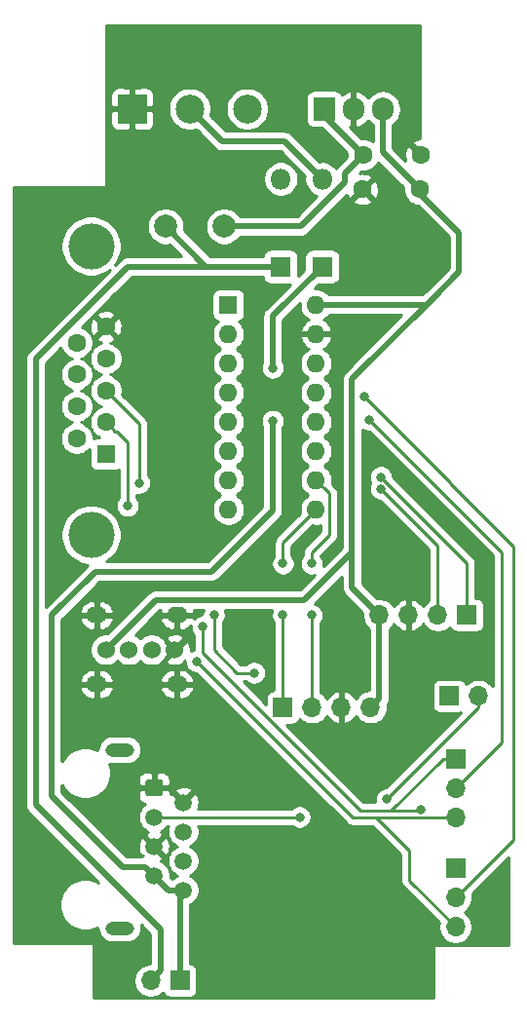
<source format=gbl>
G04 #@! TF.GenerationSoftware,KiCad,Pcbnew,5.1.9*
G04 #@! TF.CreationDate,2021-01-14T22:06:05+01:00*
G04 #@! TF.ProjectId,bluetoothkiste,626c7565-746f-46f7-9468-6b697374652e,rev?*
G04 #@! TF.SameCoordinates,Original*
G04 #@! TF.FileFunction,Copper,L2,Bot*
G04 #@! TF.FilePolarity,Positive*
%FSLAX46Y46*%
G04 Gerber Fmt 4.6, Leading zero omitted, Abs format (unit mm)*
G04 Created by KiCad (PCBNEW 5.1.9) date 2021-01-14 22:06:05*
%MOMM*%
%LPD*%
G01*
G04 APERTURE LIST*
G04 #@! TA.AperFunction,ComponentPad*
%ADD10C,0.600000*%
G04 #@! TD*
G04 #@! TA.AperFunction,ComponentPad*
%ADD11R,1.600000X1.600000*%
G04 #@! TD*
G04 #@! TA.AperFunction,ComponentPad*
%ADD12O,1.600000X1.600000*%
G04 #@! TD*
G04 #@! TA.AperFunction,ComponentPad*
%ADD13C,2.000000*%
G04 #@! TD*
G04 #@! TA.AperFunction,ComponentPad*
%ADD14C,1.600000*%
G04 #@! TD*
G04 #@! TA.AperFunction,ComponentPad*
%ADD15R,1.905000X2.000000*%
G04 #@! TD*
G04 #@! TA.AperFunction,ComponentPad*
%ADD16O,1.905000X2.000000*%
G04 #@! TD*
G04 #@! TA.AperFunction,ComponentPad*
%ADD17C,4.000000*%
G04 #@! TD*
G04 #@! TA.AperFunction,ComponentPad*
%ADD18C,1.500000*%
G04 #@! TD*
G04 #@! TA.AperFunction,ComponentPad*
%ADD19O,2.500000X1.200000*%
G04 #@! TD*
G04 #@! TA.AperFunction,ComponentPad*
%ADD20C,1.524000*%
G04 #@! TD*
G04 #@! TA.AperFunction,ComponentPad*
%ADD21O,1.800000X1.400000*%
G04 #@! TD*
G04 #@! TA.AperFunction,ComponentPad*
%ADD22R,1.700000X1.700000*%
G04 #@! TD*
G04 #@! TA.AperFunction,ComponentPad*
%ADD23O,1.700000X1.700000*%
G04 #@! TD*
G04 #@! TA.AperFunction,ComponentPad*
%ADD24R,2.500000X2.500000*%
G04 #@! TD*
G04 #@! TA.AperFunction,ComponentPad*
%ADD25C,2.500000*%
G04 #@! TD*
G04 #@! TA.AperFunction,ComponentPad*
%ADD26R,1.800000X1.800000*%
G04 #@! TD*
G04 #@! TA.AperFunction,ComponentPad*
%ADD27O,1.800000X1.800000*%
G04 #@! TD*
G04 #@! TA.AperFunction,ViaPad*
%ADD28C,0.800000*%
G04 #@! TD*
G04 #@! TA.AperFunction,Conductor*
%ADD29C,0.500000*%
G04 #@! TD*
G04 #@! TA.AperFunction,Conductor*
%ADD30C,0.250000*%
G04 #@! TD*
G04 #@! TA.AperFunction,Conductor*
%ADD31C,0.254000*%
G04 #@! TD*
G04 #@! TA.AperFunction,Conductor*
%ADD32C,0.100000*%
G04 #@! TD*
G04 APERTURE END LIST*
D10*
X184000000Y-71500000D03*
X187000000Y-71500000D03*
X185500000Y-71500000D03*
X193000000Y-72000000D03*
X191500000Y-72000000D03*
X190000000Y-72000000D03*
X187000000Y-73000000D03*
X185500000Y-73000000D03*
X184000000Y-73000000D03*
X157500000Y-37000000D03*
X157500000Y-35000000D03*
X159500000Y-37000000D03*
X157500000Y-33000000D03*
X159500000Y-35000000D03*
X159500000Y-33000000D03*
X170000000Y-79000000D03*
X168000000Y-79000000D03*
X172000000Y-77000000D03*
X172000000Y-79000000D03*
X170000000Y-77000000D03*
X168000000Y-77000000D03*
X172000000Y-59000000D03*
X170000000Y-59000000D03*
X170000000Y-61000000D03*
X172000000Y-61000000D03*
X176500000Y-70500000D03*
X178500000Y-70500000D03*
X176500000Y-72500000D03*
X178500000Y-72500000D03*
X170000000Y-63000000D03*
X172000000Y-63000000D03*
X176500000Y-66500000D03*
X178500000Y-66500000D03*
X178500000Y-64500000D03*
X176500000Y-64500000D03*
D11*
X175260000Y-42030000D03*
D12*
X182880000Y-59810000D03*
X175260000Y-44570000D03*
X182880000Y-57270000D03*
X175260000Y-47110000D03*
X182880000Y-54730000D03*
X175260000Y-49650000D03*
X182880000Y-52190000D03*
X175260000Y-52190000D03*
X182880000Y-49650000D03*
X175260000Y-54730000D03*
X182880000Y-47110000D03*
X175260000Y-57270000D03*
X182880000Y-44570000D03*
X175260000Y-59810000D03*
X182880000Y-42030000D03*
D13*
X174880000Y-35210000D03*
X169800000Y-35200000D03*
D14*
X192000000Y-29000000D03*
X187000000Y-29000000D03*
X186900000Y-32000000D03*
X191900000Y-32000000D03*
D15*
X183600000Y-25000000D03*
D16*
X186140000Y-25000000D03*
X188680000Y-25000000D03*
D17*
X163330000Y-36920000D03*
D11*
X164600000Y-55000000D03*
D14*
X164600000Y-52230000D03*
X164600000Y-49460000D03*
X164600000Y-46690000D03*
X164600000Y-43920000D03*
X162060000Y-53615000D03*
X162060000Y-50845000D03*
X162060000Y-48075000D03*
X162060000Y-45305000D03*
D17*
X163330000Y-62000000D03*
G04 #@! TA.AperFunction,ComponentPad*
G36*
G01*
X168300500Y-83250000D02*
X169299500Y-83250000D01*
G75*
G02*
X169550000Y-83500500I0J-250500D01*
G01*
X169550000Y-84499500D01*
G75*
G02*
X169299500Y-84750000I-250500J0D01*
G01*
X168300500Y-84750000D01*
G75*
G02*
X168050000Y-84499500I0J250500D01*
G01*
X168050000Y-83500500D01*
G75*
G02*
X168300500Y-83250000I250500J0D01*
G01*
G37*
G04 #@! TD.AperFunction*
D18*
X171340000Y-85260000D03*
X168800000Y-86540000D03*
X171340000Y-87800000D03*
X168800000Y-89080000D03*
X171340000Y-90340000D03*
X168800000Y-91620000D03*
D19*
X165800000Y-80695000D03*
D18*
X171340000Y-92880000D03*
D19*
X165800000Y-96185000D03*
D20*
X164600000Y-72000000D03*
X166600000Y-72000000D03*
X168600000Y-72000000D03*
X170600000Y-72000000D03*
D21*
X170800000Y-69000000D03*
X170800000Y-75000000D03*
X163800000Y-69000000D03*
X163800000Y-75000000D03*
D22*
X171040000Y-100750000D03*
D23*
X168500000Y-100750000D03*
D24*
X166900000Y-25000000D03*
D25*
X171900000Y-25000000D03*
X176900000Y-25000000D03*
D26*
X183400000Y-38700000D03*
D27*
X183400000Y-31080000D03*
X179800000Y-31080000D03*
D26*
X179800000Y-38700000D03*
D23*
X188380000Y-69000000D03*
X190920000Y-69000000D03*
X193460000Y-69000000D03*
D22*
X196000000Y-69000000D03*
X180000000Y-77000000D03*
D23*
X182540000Y-77000000D03*
X185080000Y-77000000D03*
X187620000Y-77000000D03*
X195000000Y-96080000D03*
X195000000Y-93540000D03*
D22*
X195000000Y-91000000D03*
X195000000Y-81500000D03*
D23*
X195000000Y-84040000D03*
X195000000Y-86580000D03*
D22*
X194460000Y-76000000D03*
D23*
X197000000Y-76000000D03*
D28*
X179100000Y-47500000D03*
X179100000Y-52100000D03*
X188512653Y-56987347D03*
X188500000Y-58000000D03*
X180000000Y-69000000D03*
X180000000Y-64500000D03*
X182500000Y-69000000D03*
X182500000Y-64500000D03*
X187500000Y-52000000D03*
X187050000Y-50000000D03*
X181460000Y-86540000D03*
X189000000Y-85000000D03*
X174000000Y-69000000D03*
X177500000Y-74000000D03*
X172500000Y-73000000D03*
X166500000Y-59500000D03*
X173000000Y-70000000D03*
X167500000Y-57500000D03*
X192000000Y-85855000D03*
D29*
X181564002Y-35210000D02*
X185400000Y-31374002D01*
X174880000Y-35210000D02*
X181564002Y-35210000D01*
X185400000Y-30600000D02*
X187000000Y-29000000D01*
X185400000Y-31374002D02*
X185400000Y-30600000D01*
X183600000Y-25600000D02*
X183600000Y-25000000D01*
X187000000Y-29000000D02*
X183600000Y-25600000D01*
X188680000Y-28780000D02*
X191900000Y-32000000D01*
X188680000Y-25000000D02*
X188680000Y-28780000D01*
X191900000Y-32350000D02*
X191900000Y-32000000D01*
X195310000Y-35760000D02*
X191900000Y-32350000D01*
X164600000Y-72000000D02*
X168950010Y-67649990D01*
X182880000Y-42030000D02*
X192470000Y-42030000D01*
X195310000Y-35760000D02*
X195310000Y-39190000D01*
X188380000Y-76240000D02*
X187620000Y-77000000D01*
X188380000Y-69000000D02*
X188380000Y-76240000D01*
X188380000Y-69000000D02*
X186000000Y-66620000D01*
X186000000Y-48500000D02*
X193000000Y-41500000D01*
X192470000Y-42030000D02*
X193000000Y-41500000D01*
X193000000Y-41500000D02*
X195310000Y-39190000D01*
X186000000Y-63500000D02*
X181850010Y-67649990D01*
X186000000Y-63000000D02*
X186000000Y-63500000D01*
X186000000Y-66620000D02*
X186000000Y-63000000D01*
X168950010Y-67649990D02*
X181850010Y-67649990D01*
X186000000Y-63000000D02*
X186000000Y-48500000D01*
X169349999Y-99900001D02*
X169349999Y-96349999D01*
X168500000Y-100750000D02*
X169349999Y-99900001D01*
X169349999Y-96349999D02*
X158500000Y-85500000D01*
X173300000Y-38700000D02*
X169800000Y-35200000D01*
X158500000Y-85500000D02*
X158500000Y-46718998D01*
X179800000Y-38700000D02*
X173800000Y-38700000D01*
X166518998Y-38700000D02*
X173800000Y-38700000D01*
X158500000Y-46718998D02*
X166518998Y-38700000D01*
X173800000Y-38700000D02*
X173300000Y-38700000D01*
X171040000Y-93180000D02*
X171340000Y-92880000D01*
X171040000Y-100750000D02*
X171040000Y-93180000D01*
X170060000Y-92880000D02*
X168800000Y-91620000D01*
X171340000Y-92880000D02*
X170060000Y-92880000D01*
X183400000Y-38700000D02*
X179100000Y-43000000D01*
X179100000Y-43000000D02*
X179100000Y-47500000D01*
X168050001Y-90870001D02*
X168800000Y-91620000D01*
X179100000Y-59900000D02*
X173800000Y-65200000D01*
X166070001Y-90870001D02*
X168050001Y-90870001D01*
X179100000Y-52100000D02*
X179100000Y-59900000D01*
X163700000Y-65200000D02*
X159900000Y-69000000D01*
X159900000Y-84700000D02*
X166070001Y-90870001D01*
X173800000Y-65200000D02*
X163700000Y-65200000D01*
X159900000Y-69000000D02*
X159900000Y-84700000D01*
D30*
X196000000Y-64474694D02*
X196000000Y-69000000D01*
X188512653Y-56987347D02*
X196000000Y-64474694D01*
X193460000Y-62960000D02*
X193460000Y-69000000D01*
X188500000Y-58000000D02*
X193460000Y-62960000D01*
X182590000Y-59810000D02*
X182880000Y-59810000D01*
X180000000Y-77000000D02*
X180000000Y-69000000D01*
X180000000Y-62690000D02*
X182880000Y-59810000D01*
X180000000Y-64500000D02*
X180000000Y-62690000D01*
X183679999Y-58069999D02*
X182880000Y-57270000D01*
X184005001Y-62034999D02*
X184005001Y-58395001D01*
X184005001Y-58395001D02*
X183679999Y-58069999D01*
X182540000Y-77000000D02*
X182540000Y-69040000D01*
X182540000Y-69040000D02*
X182500000Y-69000000D01*
X182500000Y-63540000D02*
X183020000Y-63020000D01*
X182500000Y-64500000D02*
X182500000Y-63540000D01*
X183020000Y-63020000D02*
X184005001Y-62034999D01*
D29*
X174700000Y-27800000D02*
X173149999Y-26249999D01*
X180120000Y-27800000D02*
X174700000Y-27800000D01*
X173149999Y-26249999D02*
X171900000Y-25000000D01*
X183400000Y-31080000D02*
X180120000Y-27800000D01*
D30*
X187500000Y-52000000D02*
X199000000Y-63500000D01*
X199000000Y-80040000D02*
X195000000Y-84040000D01*
X199000000Y-63500000D02*
X199000000Y-80040000D01*
X200000000Y-63000000D02*
X200000000Y-88540000D01*
X194500000Y-57500000D02*
X200000000Y-63000000D01*
X187050000Y-50000000D02*
X194500000Y-57450000D01*
X200000000Y-88540000D02*
X195000000Y-93540000D01*
X194500000Y-57450000D02*
X194500000Y-57500000D01*
X168800000Y-86540000D02*
X181460000Y-86540000D01*
X197000000Y-77000000D02*
X197000000Y-76000000D01*
X189000000Y-85000000D02*
X197000000Y-77000000D01*
X174000000Y-69000000D02*
X174000000Y-72000000D01*
X174000000Y-72000000D02*
X176000000Y-74000000D01*
X176000000Y-74000000D02*
X177500000Y-74000000D01*
X172500000Y-73000000D02*
X186080000Y-86580000D01*
X165399999Y-53029999D02*
X165529999Y-53029999D01*
X164600000Y-52230000D02*
X165399999Y-53029999D01*
X165529999Y-53029999D02*
X166500000Y-54000000D01*
X166500000Y-54000000D02*
X166500000Y-59500000D01*
X187580000Y-86580000D02*
X188080000Y-86580000D01*
X187580000Y-86580000D02*
X195000000Y-86580000D01*
X186080000Y-86580000D02*
X187580000Y-86580000D01*
X190960000Y-89460000D02*
X190960000Y-92040000D01*
X188080000Y-86580000D02*
X190960000Y-89460000D01*
X190960000Y-92040000D02*
X195000000Y-96080000D01*
X193900000Y-81500000D02*
X189400000Y-86000000D01*
X195000000Y-81500000D02*
X193900000Y-81500000D01*
X173000000Y-72285002D02*
X173000000Y-70000000D01*
X189400000Y-86000000D02*
X186714998Y-86000000D01*
X186714998Y-86000000D02*
X173000000Y-72285002D01*
X167500000Y-52360000D02*
X164600000Y-49460000D01*
X167500000Y-57500000D02*
X167500000Y-52360000D01*
X189400000Y-86000000D02*
X191855000Y-86000000D01*
X191855000Y-86000000D02*
X192000000Y-85855000D01*
D31*
X191873000Y-27568153D02*
X191649870Y-27601213D01*
X191383708Y-27696397D01*
X191258486Y-27763329D01*
X191186903Y-28007298D01*
X191873000Y-28693395D01*
X191873000Y-29080890D01*
X191806253Y-29014143D01*
X191820395Y-29000000D01*
X191007298Y-28186903D01*
X190763329Y-28258486D01*
X190642429Y-28513996D01*
X190573700Y-28788184D01*
X190559783Y-29070512D01*
X190601213Y-29350130D01*
X190656608Y-29505029D01*
X189565000Y-28413422D01*
X189565000Y-26374505D01*
X189566235Y-26373845D01*
X189807963Y-26175463D01*
X190006345Y-25933734D01*
X190153755Y-25657948D01*
X190244530Y-25358703D01*
X190267500Y-25125485D01*
X190267500Y-24874514D01*
X190244530Y-24641296D01*
X190153755Y-24342051D01*
X190006345Y-24066265D01*
X189807963Y-23824537D01*
X189566234Y-23626155D01*
X189290448Y-23478745D01*
X188991203Y-23387970D01*
X188680000Y-23357319D01*
X188368796Y-23387970D01*
X188069551Y-23478745D01*
X187793765Y-23626155D01*
X187552037Y-23824537D01*
X187404838Y-24003900D01*
X187249437Y-23818685D01*
X187006923Y-23624031D01*
X186731094Y-23480429D01*
X186512980Y-23409437D01*
X186267000Y-23529406D01*
X186267000Y-24873000D01*
X186287000Y-24873000D01*
X186287000Y-25127000D01*
X186267000Y-25127000D01*
X186267000Y-26470594D01*
X186512980Y-26590563D01*
X186731094Y-26519571D01*
X187006923Y-26375969D01*
X187249437Y-26181315D01*
X187404837Y-25996101D01*
X187552037Y-26175463D01*
X187793766Y-26373845D01*
X187795000Y-26374505D01*
X187795001Y-27805343D01*
X187679727Y-27728320D01*
X187418574Y-27620147D01*
X187141335Y-27565000D01*
X186858665Y-27565000D01*
X186823561Y-27571983D01*
X185817514Y-26565936D01*
X186013000Y-26470594D01*
X186013000Y-25127000D01*
X185993000Y-25127000D01*
X185993000Y-24873000D01*
X186013000Y-24873000D01*
X186013000Y-23529406D01*
X185767020Y-23409437D01*
X185548906Y-23480429D01*
X185273077Y-23624031D01*
X185132059Y-23737219D01*
X185083037Y-23645506D01*
X185003685Y-23548815D01*
X184906994Y-23469463D01*
X184796680Y-23410498D01*
X184676982Y-23374188D01*
X184552500Y-23361928D01*
X182647500Y-23361928D01*
X182523018Y-23374188D01*
X182403320Y-23410498D01*
X182293006Y-23469463D01*
X182196315Y-23548815D01*
X182116963Y-23645506D01*
X182057998Y-23755820D01*
X182021688Y-23875518D01*
X182009428Y-24000000D01*
X182009428Y-26000000D01*
X182021688Y-26124482D01*
X182057998Y-26244180D01*
X182116963Y-26354494D01*
X182196315Y-26451185D01*
X182293006Y-26530537D01*
X182403320Y-26589502D01*
X182523018Y-26625812D01*
X182647500Y-26638072D01*
X183386494Y-26638072D01*
X185571983Y-28823561D01*
X185565000Y-28858665D01*
X185565000Y-29141335D01*
X185571983Y-29176439D01*
X184804951Y-29943471D01*
X184771184Y-29971183D01*
X184743471Y-30004951D01*
X184743468Y-30004954D01*
X184664239Y-30101495D01*
X184660590Y-30105941D01*
X184631566Y-30160242D01*
X184592312Y-30101495D01*
X184378505Y-29887688D01*
X184127095Y-29719701D01*
X183847743Y-29603989D01*
X183551184Y-29545000D01*
X183248816Y-29545000D01*
X183138518Y-29566939D01*
X180776534Y-27204956D01*
X180748817Y-27171183D01*
X180614059Y-27060589D01*
X180460313Y-26978411D01*
X180293490Y-26927805D01*
X180163477Y-26915000D01*
X180163469Y-26915000D01*
X180120000Y-26910719D01*
X180076531Y-26915000D01*
X175066579Y-26915000D01*
X173806535Y-25654957D01*
X173806531Y-25654952D01*
X173709296Y-25557717D01*
X173712561Y-25549834D01*
X173785000Y-25185656D01*
X173785000Y-24814344D01*
X175015000Y-24814344D01*
X175015000Y-25185656D01*
X175087439Y-25549834D01*
X175229534Y-25892882D01*
X175435825Y-26201618D01*
X175698382Y-26464175D01*
X176007118Y-26670466D01*
X176350166Y-26812561D01*
X176714344Y-26885000D01*
X177085656Y-26885000D01*
X177449834Y-26812561D01*
X177792882Y-26670466D01*
X178101618Y-26464175D01*
X178364175Y-26201618D01*
X178570466Y-25892882D01*
X178712561Y-25549834D01*
X178785000Y-25185656D01*
X178785000Y-24814344D01*
X178712561Y-24450166D01*
X178570466Y-24107118D01*
X178364175Y-23798382D01*
X178101618Y-23535825D01*
X177792882Y-23329534D01*
X177449834Y-23187439D01*
X177085656Y-23115000D01*
X176714344Y-23115000D01*
X176350166Y-23187439D01*
X176007118Y-23329534D01*
X175698382Y-23535825D01*
X175435825Y-23798382D01*
X175229534Y-24107118D01*
X175087439Y-24450166D01*
X175015000Y-24814344D01*
X173785000Y-24814344D01*
X173712561Y-24450166D01*
X173570466Y-24107118D01*
X173364175Y-23798382D01*
X173101618Y-23535825D01*
X172792882Y-23329534D01*
X172449834Y-23187439D01*
X172085656Y-23115000D01*
X171714344Y-23115000D01*
X171350166Y-23187439D01*
X171007118Y-23329534D01*
X170698382Y-23535825D01*
X170435825Y-23798382D01*
X170229534Y-24107118D01*
X170087439Y-24450166D01*
X170015000Y-24814344D01*
X170015000Y-25185656D01*
X170087439Y-25549834D01*
X170229534Y-25892882D01*
X170435825Y-26201618D01*
X170698382Y-26464175D01*
X171007118Y-26670466D01*
X171350166Y-26812561D01*
X171714344Y-26885000D01*
X172085656Y-26885000D01*
X172449834Y-26812561D01*
X172457717Y-26809296D01*
X172554952Y-26906531D01*
X172554957Y-26906535D01*
X174043470Y-28395049D01*
X174071183Y-28428817D01*
X174104951Y-28456530D01*
X174104953Y-28456532D01*
X174165157Y-28505940D01*
X174205941Y-28539411D01*
X174359687Y-28621589D01*
X174526510Y-28672195D01*
X174656523Y-28685000D01*
X174656533Y-28685000D01*
X174699999Y-28689281D01*
X174743465Y-28685000D01*
X179753422Y-28685000D01*
X181886939Y-30818518D01*
X181865000Y-30928816D01*
X181865000Y-31231184D01*
X181923989Y-31527743D01*
X182039701Y-31807095D01*
X182207688Y-32058505D01*
X182421495Y-32272312D01*
X182672905Y-32440299D01*
X182952257Y-32556011D01*
X182964064Y-32558360D01*
X181197424Y-34325000D01*
X176255059Y-34325000D01*
X176149987Y-34167748D01*
X175922252Y-33940013D01*
X175654463Y-33761082D01*
X175356912Y-33637832D01*
X175041033Y-33575000D01*
X174718967Y-33575000D01*
X174403088Y-33637832D01*
X174105537Y-33761082D01*
X173837748Y-33940013D01*
X173610013Y-34167748D01*
X173431082Y-34435537D01*
X173307832Y-34733088D01*
X173245000Y-35048967D01*
X173245000Y-35371033D01*
X173307832Y-35686912D01*
X173431082Y-35984463D01*
X173610013Y-36252252D01*
X173837748Y-36479987D01*
X174105537Y-36658918D01*
X174403088Y-36782168D01*
X174718967Y-36845000D01*
X175041033Y-36845000D01*
X175356912Y-36782168D01*
X175654463Y-36658918D01*
X175922252Y-36479987D01*
X176149987Y-36252252D01*
X176255059Y-36095000D01*
X181520533Y-36095000D01*
X181564002Y-36099281D01*
X181607471Y-36095000D01*
X181607479Y-36095000D01*
X181737492Y-36082195D01*
X181904315Y-36031589D01*
X182058061Y-35949411D01*
X182192819Y-35838817D01*
X182220536Y-35805044D01*
X185032878Y-32992702D01*
X186086903Y-32992702D01*
X186158486Y-33236671D01*
X186413996Y-33357571D01*
X186688184Y-33426300D01*
X186970512Y-33440217D01*
X187250130Y-33398787D01*
X187516292Y-33303603D01*
X187641514Y-33236671D01*
X187713097Y-32992702D01*
X186900000Y-32179605D01*
X186086903Y-32992702D01*
X185032878Y-32992702D01*
X185547110Y-32478471D01*
X185596397Y-32616292D01*
X185663329Y-32741514D01*
X185907298Y-32813097D01*
X186720395Y-32000000D01*
X187079605Y-32000000D01*
X187892702Y-32813097D01*
X188136671Y-32741514D01*
X188257571Y-32486004D01*
X188326300Y-32211816D01*
X188340217Y-31929488D01*
X188298787Y-31649870D01*
X188203603Y-31383708D01*
X188136671Y-31258486D01*
X187892702Y-31186903D01*
X187079605Y-32000000D01*
X186720395Y-32000000D01*
X186706253Y-31985858D01*
X186885858Y-31806253D01*
X186900000Y-31820395D01*
X187713097Y-31007298D01*
X187641514Y-30763329D01*
X187386004Y-30642429D01*
X187111816Y-30573700D01*
X186829488Y-30559783D01*
X186667845Y-30583733D01*
X186823561Y-30428017D01*
X186858665Y-30435000D01*
X187141335Y-30435000D01*
X187418574Y-30379853D01*
X187679727Y-30271680D01*
X187914759Y-30114637D01*
X188114637Y-29914759D01*
X188271680Y-29679727D01*
X188288219Y-29639797D01*
X190471983Y-31823561D01*
X190465000Y-31858665D01*
X190465000Y-32141335D01*
X190520147Y-32418574D01*
X190628320Y-32679727D01*
X190785363Y-32914759D01*
X190985241Y-33114637D01*
X191220273Y-33271680D01*
X191481426Y-33379853D01*
X191727154Y-33428732D01*
X194425000Y-36126579D01*
X194425001Y-38823420D01*
X192404958Y-40843464D01*
X192404953Y-40843468D01*
X192103421Y-41145000D01*
X184014521Y-41145000D01*
X183994637Y-41115241D01*
X183794759Y-40915363D01*
X183559727Y-40758320D01*
X183298574Y-40650147D01*
X183021335Y-40595000D01*
X182756579Y-40595000D01*
X183113507Y-40238072D01*
X184300000Y-40238072D01*
X184424482Y-40225812D01*
X184544180Y-40189502D01*
X184654494Y-40130537D01*
X184751185Y-40051185D01*
X184830537Y-39954494D01*
X184889502Y-39844180D01*
X184925812Y-39724482D01*
X184938072Y-39600000D01*
X184938072Y-37800000D01*
X184925812Y-37675518D01*
X184889502Y-37555820D01*
X184830537Y-37445506D01*
X184751185Y-37348815D01*
X184654494Y-37269463D01*
X184544180Y-37210498D01*
X184424482Y-37174188D01*
X184300000Y-37161928D01*
X182500000Y-37161928D01*
X182375518Y-37174188D01*
X182255820Y-37210498D01*
X182145506Y-37269463D01*
X182048815Y-37348815D01*
X181969463Y-37445506D01*
X181910498Y-37555820D01*
X181874188Y-37675518D01*
X181861928Y-37800000D01*
X181861928Y-38986493D01*
X181338072Y-39510349D01*
X181338072Y-37800000D01*
X181325812Y-37675518D01*
X181289502Y-37555820D01*
X181230537Y-37445506D01*
X181151185Y-37348815D01*
X181054494Y-37269463D01*
X180944180Y-37210498D01*
X180824482Y-37174188D01*
X180700000Y-37161928D01*
X178900000Y-37161928D01*
X178775518Y-37174188D01*
X178655820Y-37210498D01*
X178545506Y-37269463D01*
X178448815Y-37348815D01*
X178369463Y-37445506D01*
X178310498Y-37555820D01*
X178274188Y-37675518D01*
X178261928Y-37800000D01*
X178261928Y-37815000D01*
X173666579Y-37815000D01*
X171398103Y-35546525D01*
X171435000Y-35361033D01*
X171435000Y-35038967D01*
X171372168Y-34723088D01*
X171248918Y-34425537D01*
X171069987Y-34157748D01*
X170842252Y-33930013D01*
X170574463Y-33751082D01*
X170276912Y-33627832D01*
X169961033Y-33565000D01*
X169638967Y-33565000D01*
X169323088Y-33627832D01*
X169025537Y-33751082D01*
X168757748Y-33930013D01*
X168530013Y-34157748D01*
X168351082Y-34425537D01*
X168227832Y-34723088D01*
X168165000Y-35038967D01*
X168165000Y-35361033D01*
X168227832Y-35676912D01*
X168351082Y-35974463D01*
X168530013Y-36242252D01*
X168757748Y-36469987D01*
X169025537Y-36648918D01*
X169323088Y-36772168D01*
X169638967Y-36835000D01*
X169961033Y-36835000D01*
X170146525Y-36798103D01*
X171163421Y-37815000D01*
X166562467Y-37815000D01*
X166518998Y-37810719D01*
X166475529Y-37815000D01*
X166475521Y-37815000D01*
X166345508Y-37827805D01*
X166178685Y-37878411D01*
X166024939Y-37960589D01*
X165923951Y-38043468D01*
X165923949Y-38043470D01*
X165890181Y-38071183D01*
X165862468Y-38104951D01*
X165394929Y-38572490D01*
X165665107Y-38168141D01*
X165863739Y-37688601D01*
X165965000Y-37179525D01*
X165965000Y-36660475D01*
X165863739Y-36151399D01*
X165665107Y-35671859D01*
X165376738Y-35240285D01*
X165009715Y-34873262D01*
X164578141Y-34584893D01*
X164098601Y-34386261D01*
X163589525Y-34285000D01*
X163070475Y-34285000D01*
X162561399Y-34386261D01*
X162081859Y-34584893D01*
X161650285Y-34873262D01*
X161283262Y-35240285D01*
X160994893Y-35671859D01*
X160796261Y-36151399D01*
X160695000Y-36660475D01*
X160695000Y-37179525D01*
X160796261Y-37688601D01*
X160994893Y-38168141D01*
X161283262Y-38599715D01*
X161650285Y-38966738D01*
X162081859Y-39255107D01*
X162561399Y-39453739D01*
X163070475Y-39555000D01*
X163589525Y-39555000D01*
X164098601Y-39453739D01*
X164578141Y-39255107D01*
X164982490Y-38984929D01*
X157904952Y-46062468D01*
X157871184Y-46090181D01*
X157843471Y-46123949D01*
X157843468Y-46123952D01*
X157760590Y-46224939D01*
X157678412Y-46378685D01*
X157627805Y-46545508D01*
X157610719Y-46718998D01*
X157615001Y-46762477D01*
X157615000Y-85456531D01*
X157610719Y-85500000D01*
X157615000Y-85543469D01*
X157615000Y-85543476D01*
X157624012Y-85634974D01*
X157627805Y-85673490D01*
X157638199Y-85707753D01*
X157678411Y-85840312D01*
X157760589Y-85994058D01*
X157871183Y-86128817D01*
X157904956Y-86156534D01*
X163961296Y-92212875D01*
X163870511Y-92152214D01*
X163459218Y-91981851D01*
X163022591Y-91895000D01*
X162577409Y-91895000D01*
X162140782Y-91981851D01*
X161729489Y-92152214D01*
X161359334Y-92399544D01*
X161044544Y-92714334D01*
X160797214Y-93084489D01*
X160626851Y-93495782D01*
X160540000Y-93932409D01*
X160540000Y-94377591D01*
X160626851Y-94814218D01*
X160797214Y-95225511D01*
X161044544Y-95595666D01*
X161359334Y-95910456D01*
X161729489Y-96157786D01*
X162140782Y-96328149D01*
X162577409Y-96415000D01*
X163022591Y-96415000D01*
X163459218Y-96328149D01*
X163870511Y-96157786D01*
X163914607Y-96128322D01*
X163909025Y-96185000D01*
X163932870Y-96427102D01*
X164003489Y-96659901D01*
X164118167Y-96874449D01*
X164272498Y-97062502D01*
X164460551Y-97216833D01*
X164675099Y-97331511D01*
X164907898Y-97402130D01*
X165089335Y-97420000D01*
X166510665Y-97420000D01*
X166692102Y-97402130D01*
X166924901Y-97331511D01*
X167139449Y-97216833D01*
X167327502Y-97062502D01*
X167481833Y-96874449D01*
X167596511Y-96659901D01*
X167667130Y-96427102D01*
X167690975Y-96185000D01*
X167667130Y-95942898D01*
X167656597Y-95908176D01*
X168465000Y-96716579D01*
X168464999Y-99265000D01*
X168353740Y-99265000D01*
X168066842Y-99322068D01*
X167796589Y-99434010D01*
X167553368Y-99596525D01*
X167346525Y-99803368D01*
X167184010Y-100046589D01*
X167072068Y-100316842D01*
X167015000Y-100603740D01*
X167015000Y-100896260D01*
X167072068Y-101183158D01*
X167184010Y-101453411D01*
X167346525Y-101696632D01*
X167553368Y-101903475D01*
X167796589Y-102065990D01*
X168066842Y-102177932D01*
X168353740Y-102235000D01*
X168646260Y-102235000D01*
X168933158Y-102177932D01*
X169203411Y-102065990D01*
X169446632Y-101903475D01*
X169578487Y-101771620D01*
X169600498Y-101844180D01*
X169659463Y-101954494D01*
X169738815Y-102051185D01*
X169835506Y-102130537D01*
X169945820Y-102189502D01*
X170065518Y-102225812D01*
X170190000Y-102238072D01*
X171890000Y-102238072D01*
X172014482Y-102225812D01*
X172134180Y-102189502D01*
X172244494Y-102130537D01*
X172341185Y-102051185D01*
X172420537Y-101954494D01*
X172479502Y-101844180D01*
X172515812Y-101724482D01*
X172528072Y-101600000D01*
X172528072Y-99900000D01*
X172515812Y-99775518D01*
X172479502Y-99655820D01*
X172420537Y-99545506D01*
X172341185Y-99448815D01*
X172244494Y-99369463D01*
X172134180Y-99310498D01*
X172014482Y-99274188D01*
X171925000Y-99265375D01*
X171925000Y-94136798D01*
X171996043Y-94107371D01*
X172222886Y-93955799D01*
X172415799Y-93762886D01*
X172567371Y-93536043D01*
X172671775Y-93283989D01*
X172725000Y-93016411D01*
X172725000Y-92743589D01*
X172671775Y-92476011D01*
X172567371Y-92223957D01*
X172415799Y-91997114D01*
X172222886Y-91804201D01*
X171996043Y-91652629D01*
X171893127Y-91610000D01*
X171996043Y-91567371D01*
X172222886Y-91415799D01*
X172415799Y-91222886D01*
X172567371Y-90996043D01*
X172671775Y-90743989D01*
X172725000Y-90476411D01*
X172725000Y-90203589D01*
X172671775Y-89936011D01*
X172567371Y-89683957D01*
X172415799Y-89457114D01*
X172222886Y-89264201D01*
X171996043Y-89112629D01*
X171893127Y-89070000D01*
X171996043Y-89027371D01*
X172222886Y-88875799D01*
X172415799Y-88682886D01*
X172567371Y-88456043D01*
X172671775Y-88203989D01*
X172725000Y-87936411D01*
X172725000Y-87663589D01*
X172671775Y-87396011D01*
X172632006Y-87300000D01*
X180756289Y-87300000D01*
X180800226Y-87343937D01*
X180969744Y-87457205D01*
X181158102Y-87535226D01*
X181358061Y-87575000D01*
X181561939Y-87575000D01*
X181761898Y-87535226D01*
X181950256Y-87457205D01*
X182119774Y-87343937D01*
X182263937Y-87199774D01*
X182377205Y-87030256D01*
X182455226Y-86841898D01*
X182495000Y-86641939D01*
X182495000Y-86438061D01*
X182455226Y-86238102D01*
X182377205Y-86049744D01*
X182263937Y-85880226D01*
X182119774Y-85736063D01*
X181950256Y-85622795D01*
X181761898Y-85544774D01*
X181561939Y-85505000D01*
X181358061Y-85505000D01*
X181158102Y-85544774D01*
X180969744Y-85622795D01*
X180800226Y-85736063D01*
X180756289Y-85780000D01*
X172625896Y-85780000D01*
X172651760Y-85724884D01*
X172717250Y-85460040D01*
X172729812Y-85187508D01*
X172688965Y-84917762D01*
X172596277Y-84661168D01*
X172535860Y-84548137D01*
X172296993Y-84482612D01*
X171519605Y-85260000D01*
X171533748Y-85274143D01*
X171354143Y-85453748D01*
X171340000Y-85439605D01*
X171325858Y-85453748D01*
X171146253Y-85274143D01*
X171160395Y-85260000D01*
X170383007Y-84482612D01*
X170186659Y-84536473D01*
X170185115Y-84303007D01*
X170562612Y-84303007D01*
X171340000Y-85080395D01*
X172117388Y-84303007D01*
X172051863Y-84064140D01*
X171804884Y-83948240D01*
X171540040Y-83882750D01*
X171267508Y-83870188D01*
X170997762Y-83911035D01*
X170741168Y-84003723D01*
X170628137Y-84064140D01*
X170562612Y-84303007D01*
X170185115Y-84303007D01*
X170185000Y-84285750D01*
X170026250Y-84127000D01*
X168927000Y-84127000D01*
X168927000Y-84147000D01*
X168673000Y-84147000D01*
X168673000Y-84127000D01*
X167573750Y-84127000D01*
X167415000Y-84285750D01*
X167411928Y-84750000D01*
X167424188Y-84874482D01*
X167460498Y-84994180D01*
X167519463Y-85104494D01*
X167598815Y-85201185D01*
X167695506Y-85280537D01*
X167805820Y-85339502D01*
X167925518Y-85375812D01*
X168033483Y-85386445D01*
X167917114Y-85464201D01*
X167724201Y-85657114D01*
X167572629Y-85883957D01*
X167468225Y-86136011D01*
X167415000Y-86403589D01*
X167415000Y-86676411D01*
X167468225Y-86943989D01*
X167572629Y-87196043D01*
X167724201Y-87422886D01*
X167917114Y-87615799D01*
X168143957Y-87767371D01*
X168243279Y-87808511D01*
X168201168Y-87823723D01*
X168088137Y-87884140D01*
X168022612Y-88123007D01*
X168800000Y-88900395D01*
X169577388Y-88123007D01*
X169511863Y-87884140D01*
X169353523Y-87809836D01*
X169456043Y-87767371D01*
X169682886Y-87615799D01*
X169875799Y-87422886D01*
X169957909Y-87300000D01*
X170047994Y-87300000D01*
X170008225Y-87396011D01*
X169955000Y-87663589D01*
X169955000Y-87936411D01*
X170008225Y-88203989D01*
X170112629Y-88456043D01*
X170264201Y-88682886D01*
X170457114Y-88875799D01*
X170683957Y-89027371D01*
X170786873Y-89070000D01*
X170683957Y-89112629D01*
X170457114Y-89264201D01*
X170264201Y-89457114D01*
X170112629Y-89683957D01*
X170008225Y-89936011D01*
X169955000Y-90203589D01*
X169955000Y-90476411D01*
X170008225Y-90743989D01*
X170112629Y-90996043D01*
X170264201Y-91222886D01*
X170457114Y-91415799D01*
X170683957Y-91567371D01*
X170786873Y-91610000D01*
X170683957Y-91652629D01*
X170457114Y-91804201D01*
X170346447Y-91914868D01*
X170185000Y-91753421D01*
X170185000Y-91483589D01*
X170131775Y-91216011D01*
X170027371Y-90963957D01*
X169875799Y-90737114D01*
X169682886Y-90544201D01*
X169456043Y-90392629D01*
X169356721Y-90351489D01*
X169398832Y-90336277D01*
X169511863Y-90275860D01*
X169577388Y-90036993D01*
X168800000Y-89259605D01*
X168785858Y-89273748D01*
X168606253Y-89094143D01*
X168620395Y-89080000D01*
X168979605Y-89080000D01*
X169756993Y-89857388D01*
X169995860Y-89791863D01*
X170111760Y-89544884D01*
X170177250Y-89280040D01*
X170189812Y-89007508D01*
X170148965Y-88737762D01*
X170056277Y-88481168D01*
X169995860Y-88368137D01*
X169756993Y-88302612D01*
X168979605Y-89080000D01*
X168620395Y-89080000D01*
X167843007Y-88302612D01*
X167604140Y-88368137D01*
X167488240Y-88615116D01*
X167422750Y-88879960D01*
X167410188Y-89152492D01*
X167451035Y-89422238D01*
X167543723Y-89678832D01*
X167604140Y-89791863D01*
X167843005Y-89857387D01*
X167726549Y-89973843D01*
X167737707Y-89985001D01*
X166436580Y-89985001D01*
X160785000Y-84333422D01*
X160785000Y-83766024D01*
X160797214Y-83795511D01*
X161044544Y-84165666D01*
X161359334Y-84480456D01*
X161729489Y-84727786D01*
X162140782Y-84898149D01*
X162577409Y-84985000D01*
X163022591Y-84985000D01*
X163459218Y-84898149D01*
X163870511Y-84727786D01*
X164240666Y-84480456D01*
X164555456Y-84165666D01*
X164802786Y-83795511D01*
X164973149Y-83384218D01*
X164999846Y-83250000D01*
X167411928Y-83250000D01*
X167415000Y-83714250D01*
X167573750Y-83873000D01*
X168673000Y-83873000D01*
X168673000Y-82773750D01*
X168927000Y-82773750D01*
X168927000Y-83873000D01*
X170026250Y-83873000D01*
X170185000Y-83714250D01*
X170188072Y-83250000D01*
X170175812Y-83125518D01*
X170139502Y-83005820D01*
X170080537Y-82895506D01*
X170001185Y-82798815D01*
X169904494Y-82719463D01*
X169794180Y-82660498D01*
X169674482Y-82624188D01*
X169550000Y-82611928D01*
X169085750Y-82615000D01*
X168927000Y-82773750D01*
X168673000Y-82773750D01*
X168514250Y-82615000D01*
X168050000Y-82611928D01*
X167925518Y-82624188D01*
X167805820Y-82660498D01*
X167695506Y-82719463D01*
X167598815Y-82798815D01*
X167519463Y-82895506D01*
X167460498Y-83005820D01*
X167424188Y-83125518D01*
X167411928Y-83250000D01*
X164999846Y-83250000D01*
X165060000Y-82947591D01*
X165060000Y-82502409D01*
X164973149Y-82065782D01*
X164909573Y-81912295D01*
X165089335Y-81930000D01*
X166510665Y-81930000D01*
X166692102Y-81912130D01*
X166924901Y-81841511D01*
X167139449Y-81726833D01*
X167327502Y-81572502D01*
X167481833Y-81384449D01*
X167596511Y-81169901D01*
X167667130Y-80937102D01*
X167690975Y-80695000D01*
X167667130Y-80452898D01*
X167596511Y-80220099D01*
X167481833Y-80005551D01*
X167327502Y-79817498D01*
X167139449Y-79663167D01*
X166924901Y-79548489D01*
X166692102Y-79477870D01*
X166510665Y-79460000D01*
X165089335Y-79460000D01*
X164907898Y-79477870D01*
X164675099Y-79548489D01*
X164460551Y-79663167D01*
X164272498Y-79817498D01*
X164118167Y-80005551D01*
X164003489Y-80220099D01*
X163932870Y-80452898D01*
X163909025Y-80695000D01*
X163914607Y-80751678D01*
X163870511Y-80722214D01*
X163459218Y-80551851D01*
X163022591Y-80465000D01*
X162577409Y-80465000D01*
X162140782Y-80551851D01*
X161729489Y-80722214D01*
X161359334Y-80969544D01*
X161044544Y-81284334D01*
X160797214Y-81654489D01*
X160785000Y-81683976D01*
X160785000Y-75333329D01*
X162307284Y-75333329D01*
X162315558Y-75383443D01*
X162415044Y-75626657D01*
X162560067Y-75845789D01*
X162745054Y-76032418D01*
X162962896Y-76179372D01*
X163205222Y-76281003D01*
X163462719Y-76333406D01*
X163673000Y-76179715D01*
X163673000Y-75127000D01*
X163927000Y-75127000D01*
X163927000Y-76179715D01*
X164137281Y-76333406D01*
X164394778Y-76281003D01*
X164637104Y-76179372D01*
X164854946Y-76032418D01*
X165039933Y-75845789D01*
X165184956Y-75626657D01*
X165284442Y-75383443D01*
X165292716Y-75333329D01*
X169307284Y-75333329D01*
X169315558Y-75383443D01*
X169415044Y-75626657D01*
X169560067Y-75845789D01*
X169745054Y-76032418D01*
X169962896Y-76179372D01*
X170205222Y-76281003D01*
X170462719Y-76333406D01*
X170673000Y-76179715D01*
X170673000Y-75127000D01*
X170927000Y-75127000D01*
X170927000Y-76179715D01*
X171137281Y-76333406D01*
X171394778Y-76281003D01*
X171637104Y-76179372D01*
X171854946Y-76032418D01*
X172039933Y-75845789D01*
X172184956Y-75626657D01*
X172284442Y-75383443D01*
X172292716Y-75333329D01*
X172169374Y-75127000D01*
X170927000Y-75127000D01*
X170673000Y-75127000D01*
X169430626Y-75127000D01*
X169307284Y-75333329D01*
X165292716Y-75333329D01*
X165169374Y-75127000D01*
X163927000Y-75127000D01*
X163673000Y-75127000D01*
X162430626Y-75127000D01*
X162307284Y-75333329D01*
X160785000Y-75333329D01*
X160785000Y-74666671D01*
X162307284Y-74666671D01*
X162430626Y-74873000D01*
X163673000Y-74873000D01*
X163673000Y-73820285D01*
X163927000Y-73820285D01*
X163927000Y-74873000D01*
X165169374Y-74873000D01*
X165292716Y-74666671D01*
X169307284Y-74666671D01*
X169430626Y-74873000D01*
X170673000Y-74873000D01*
X170673000Y-73820285D01*
X170927000Y-73820285D01*
X170927000Y-74873000D01*
X172169374Y-74873000D01*
X172292716Y-74666671D01*
X172284442Y-74616557D01*
X172184956Y-74373343D01*
X172039933Y-74154211D01*
X171854946Y-73967582D01*
X171637104Y-73820628D01*
X171394778Y-73718997D01*
X171137281Y-73666594D01*
X170927000Y-73820285D01*
X170673000Y-73820285D01*
X170462719Y-73666594D01*
X170205222Y-73718997D01*
X169962896Y-73820628D01*
X169745054Y-73967582D01*
X169560067Y-74154211D01*
X169415044Y-74373343D01*
X169315558Y-74616557D01*
X169307284Y-74666671D01*
X165292716Y-74666671D01*
X165284442Y-74616557D01*
X165184956Y-74373343D01*
X165039933Y-74154211D01*
X164854946Y-73967582D01*
X164637104Y-73820628D01*
X164394778Y-73718997D01*
X164137281Y-73666594D01*
X163927000Y-73820285D01*
X163673000Y-73820285D01*
X163462719Y-73666594D01*
X163205222Y-73718997D01*
X162962896Y-73820628D01*
X162745054Y-73967582D01*
X162560067Y-74154211D01*
X162415044Y-74373343D01*
X162315558Y-74616557D01*
X162307284Y-74666671D01*
X160785000Y-74666671D01*
X160785000Y-69366578D01*
X160818249Y-69333329D01*
X162307284Y-69333329D01*
X162315558Y-69383443D01*
X162415044Y-69626657D01*
X162560067Y-69845789D01*
X162745054Y-70032418D01*
X162962896Y-70179372D01*
X163205222Y-70281003D01*
X163462719Y-70333406D01*
X163673000Y-70179715D01*
X163673000Y-69127000D01*
X163927000Y-69127000D01*
X163927000Y-70179715D01*
X164137281Y-70333406D01*
X164394778Y-70281003D01*
X164637104Y-70179372D01*
X164854946Y-70032418D01*
X165039933Y-69845789D01*
X165184956Y-69626657D01*
X165284442Y-69383443D01*
X165292716Y-69333329D01*
X165169374Y-69127000D01*
X163927000Y-69127000D01*
X163673000Y-69127000D01*
X162430626Y-69127000D01*
X162307284Y-69333329D01*
X160818249Y-69333329D01*
X161484907Y-68666671D01*
X162307284Y-68666671D01*
X162430626Y-68873000D01*
X163673000Y-68873000D01*
X163673000Y-67820285D01*
X163927000Y-67820285D01*
X163927000Y-68873000D01*
X165169374Y-68873000D01*
X165292716Y-68666671D01*
X165284442Y-68616557D01*
X165184956Y-68373343D01*
X165039933Y-68154211D01*
X164854946Y-67967582D01*
X164637104Y-67820628D01*
X164394778Y-67718997D01*
X164137281Y-67666594D01*
X163927000Y-67820285D01*
X163673000Y-67820285D01*
X163462719Y-67666594D01*
X163205222Y-67718997D01*
X162962896Y-67820628D01*
X162745054Y-67967582D01*
X162560067Y-68154211D01*
X162415044Y-68373343D01*
X162315558Y-68616557D01*
X162307284Y-68666671D01*
X161484907Y-68666671D01*
X164066579Y-66085000D01*
X173756531Y-66085000D01*
X173800000Y-66089281D01*
X173843469Y-66085000D01*
X173843477Y-66085000D01*
X173973490Y-66072195D01*
X174140313Y-66021589D01*
X174294059Y-65939411D01*
X174428817Y-65828817D01*
X174456534Y-65795044D01*
X179695049Y-60556530D01*
X179728817Y-60528817D01*
X179820416Y-60417205D01*
X179839411Y-60394059D01*
X179878460Y-60321003D01*
X179921589Y-60240313D01*
X179972195Y-60073490D01*
X179985000Y-59943477D01*
X179985000Y-59943469D01*
X179989281Y-59900000D01*
X179985000Y-59856531D01*
X179985000Y-52638454D01*
X180017205Y-52590256D01*
X180095226Y-52401898D01*
X180135000Y-52201939D01*
X180135000Y-51998061D01*
X180095226Y-51798102D01*
X180017205Y-51609744D01*
X179903937Y-51440226D01*
X179759774Y-51296063D01*
X179590256Y-51182795D01*
X179401898Y-51104774D01*
X179201939Y-51065000D01*
X178998061Y-51065000D01*
X178798102Y-51104774D01*
X178609744Y-51182795D01*
X178440226Y-51296063D01*
X178296063Y-51440226D01*
X178182795Y-51609744D01*
X178104774Y-51798102D01*
X178065000Y-51998061D01*
X178065000Y-52201939D01*
X178104774Y-52401898D01*
X178182795Y-52590256D01*
X178215000Y-52638454D01*
X178215001Y-59533420D01*
X173433422Y-64315000D01*
X164608233Y-64315000D01*
X165009715Y-64046738D01*
X165376738Y-63679715D01*
X165665107Y-63248141D01*
X165863739Y-62768601D01*
X165965000Y-62259525D01*
X165965000Y-61740475D01*
X165863739Y-61231399D01*
X165665107Y-60751859D01*
X165376738Y-60320285D01*
X165009715Y-59953262D01*
X164578141Y-59664893D01*
X164098601Y-59466261D01*
X163589525Y-59365000D01*
X163070475Y-59365000D01*
X162561399Y-59466261D01*
X162081859Y-59664893D01*
X161650285Y-59953262D01*
X161283262Y-60320285D01*
X160994893Y-60751859D01*
X160796261Y-61231399D01*
X160695000Y-61740475D01*
X160695000Y-62259525D01*
X160796261Y-62768601D01*
X160994893Y-63248141D01*
X161283262Y-63679715D01*
X161650285Y-64046738D01*
X162081859Y-64335107D01*
X162561399Y-64533739D01*
X163022887Y-64625534D01*
X159385000Y-68263422D01*
X159385000Y-47085576D01*
X160699728Y-45770848D01*
X160788320Y-45984727D01*
X160945363Y-46219759D01*
X161145241Y-46419637D01*
X161380273Y-46576680D01*
X161641426Y-46684853D01*
X161667301Y-46690000D01*
X161641426Y-46695147D01*
X161380273Y-46803320D01*
X161145241Y-46960363D01*
X160945363Y-47160241D01*
X160788320Y-47395273D01*
X160680147Y-47656426D01*
X160625000Y-47933665D01*
X160625000Y-48216335D01*
X160680147Y-48493574D01*
X160788320Y-48754727D01*
X160945363Y-48989759D01*
X161145241Y-49189637D01*
X161380273Y-49346680D01*
X161641426Y-49454853D01*
X161667301Y-49460000D01*
X161641426Y-49465147D01*
X161380273Y-49573320D01*
X161145241Y-49730363D01*
X160945363Y-49930241D01*
X160788320Y-50165273D01*
X160680147Y-50426426D01*
X160625000Y-50703665D01*
X160625000Y-50986335D01*
X160680147Y-51263574D01*
X160788320Y-51524727D01*
X160945363Y-51759759D01*
X161145241Y-51959637D01*
X161380273Y-52116680D01*
X161641426Y-52224853D01*
X161667301Y-52230000D01*
X161641426Y-52235147D01*
X161380273Y-52343320D01*
X161145241Y-52500363D01*
X160945363Y-52700241D01*
X160788320Y-52935273D01*
X160680147Y-53196426D01*
X160625000Y-53473665D01*
X160625000Y-53756335D01*
X160680147Y-54033574D01*
X160788320Y-54294727D01*
X160945363Y-54529759D01*
X161145241Y-54729637D01*
X161380273Y-54886680D01*
X161641426Y-54994853D01*
X161918665Y-55050000D01*
X162201335Y-55050000D01*
X162478574Y-54994853D01*
X162739727Y-54886680D01*
X162974759Y-54729637D01*
X163161928Y-54542468D01*
X163161928Y-55800000D01*
X163174188Y-55924482D01*
X163210498Y-56044180D01*
X163269463Y-56154494D01*
X163348815Y-56251185D01*
X163445506Y-56330537D01*
X163555820Y-56389502D01*
X163675518Y-56425812D01*
X163800000Y-56438072D01*
X165400000Y-56438072D01*
X165524482Y-56425812D01*
X165644180Y-56389502D01*
X165740000Y-56338284D01*
X165740001Y-58796288D01*
X165696063Y-58840226D01*
X165582795Y-59009744D01*
X165504774Y-59198102D01*
X165465000Y-59398061D01*
X165465000Y-59601939D01*
X165504774Y-59801898D01*
X165582795Y-59990256D01*
X165696063Y-60159774D01*
X165840226Y-60303937D01*
X166009744Y-60417205D01*
X166198102Y-60495226D01*
X166398061Y-60535000D01*
X166601939Y-60535000D01*
X166801898Y-60495226D01*
X166990256Y-60417205D01*
X167159774Y-60303937D01*
X167303937Y-60159774D01*
X167417205Y-59990256D01*
X167495226Y-59801898D01*
X167535000Y-59601939D01*
X167535000Y-59398061D01*
X167495226Y-59198102D01*
X167417205Y-59009744D01*
X167303937Y-58840226D01*
X167260000Y-58796289D01*
X167260000Y-58507538D01*
X167398061Y-58535000D01*
X167601939Y-58535000D01*
X167801898Y-58495226D01*
X167990256Y-58417205D01*
X168159774Y-58303937D01*
X168303937Y-58159774D01*
X168417205Y-57990256D01*
X168495226Y-57801898D01*
X168535000Y-57601939D01*
X168535000Y-57398061D01*
X168495226Y-57198102D01*
X168417205Y-57009744D01*
X168303937Y-56840226D01*
X168260000Y-56796289D01*
X168260000Y-52397322D01*
X168263676Y-52359999D01*
X168260000Y-52322676D01*
X168260000Y-52322667D01*
X168249003Y-52211014D01*
X168205546Y-52067753D01*
X168134974Y-51935724D01*
X168040001Y-51819999D01*
X168011003Y-51796201D01*
X165998688Y-49783886D01*
X166035000Y-49601335D01*
X166035000Y-49318665D01*
X165979853Y-49041426D01*
X165871680Y-48780273D01*
X165714637Y-48545241D01*
X165514759Y-48345363D01*
X165279727Y-48188320D01*
X165018574Y-48080147D01*
X164992699Y-48075000D01*
X165018574Y-48069853D01*
X165279727Y-47961680D01*
X165514759Y-47804637D01*
X165714637Y-47604759D01*
X165871680Y-47369727D01*
X165979853Y-47108574D01*
X166035000Y-46831335D01*
X166035000Y-46548665D01*
X165979853Y-46271426D01*
X165871680Y-46010273D01*
X165714637Y-45775241D01*
X165514759Y-45575363D01*
X165279727Y-45418320D01*
X165018574Y-45310147D01*
X164990118Y-45304487D01*
X165216292Y-45223603D01*
X165341514Y-45156671D01*
X165413097Y-44912702D01*
X164600000Y-44099605D01*
X163786903Y-44912702D01*
X163858486Y-45156671D01*
X164113996Y-45277571D01*
X164216289Y-45303212D01*
X164181426Y-45310147D01*
X163920273Y-45418320D01*
X163685241Y-45575363D01*
X163485363Y-45775241D01*
X163328320Y-46010273D01*
X163220147Y-46271426D01*
X163165000Y-46548665D01*
X163165000Y-46831335D01*
X163220147Y-47108574D01*
X163328320Y-47369727D01*
X163485363Y-47604759D01*
X163685241Y-47804637D01*
X163920273Y-47961680D01*
X164181426Y-48069853D01*
X164207301Y-48075000D01*
X164181426Y-48080147D01*
X163920273Y-48188320D01*
X163685241Y-48345363D01*
X163485363Y-48545241D01*
X163328320Y-48780273D01*
X163220147Y-49041426D01*
X163165000Y-49318665D01*
X163165000Y-49601335D01*
X163220147Y-49878574D01*
X163328320Y-50139727D01*
X163485363Y-50374759D01*
X163685241Y-50574637D01*
X163920273Y-50731680D01*
X164181426Y-50839853D01*
X164207301Y-50845000D01*
X164181426Y-50850147D01*
X163920273Y-50958320D01*
X163685241Y-51115363D01*
X163485363Y-51315241D01*
X163328320Y-51550273D01*
X163220147Y-51811426D01*
X163165000Y-52088665D01*
X163165000Y-52371335D01*
X163220147Y-52648574D01*
X163328320Y-52909727D01*
X163485363Y-53144759D01*
X163685241Y-53344637D01*
X163920273Y-53501680D01*
X164065725Y-53561928D01*
X163800000Y-53561928D01*
X163675518Y-53574188D01*
X163555820Y-53610498D01*
X163495000Y-53643007D01*
X163495000Y-53473665D01*
X163439853Y-53196426D01*
X163331680Y-52935273D01*
X163174637Y-52700241D01*
X162974759Y-52500363D01*
X162739727Y-52343320D01*
X162478574Y-52235147D01*
X162452699Y-52230000D01*
X162478574Y-52224853D01*
X162739727Y-52116680D01*
X162974759Y-51959637D01*
X163174637Y-51759759D01*
X163331680Y-51524727D01*
X163439853Y-51263574D01*
X163495000Y-50986335D01*
X163495000Y-50703665D01*
X163439853Y-50426426D01*
X163331680Y-50165273D01*
X163174637Y-49930241D01*
X162974759Y-49730363D01*
X162739727Y-49573320D01*
X162478574Y-49465147D01*
X162452699Y-49460000D01*
X162478574Y-49454853D01*
X162739727Y-49346680D01*
X162974759Y-49189637D01*
X163174637Y-48989759D01*
X163331680Y-48754727D01*
X163439853Y-48493574D01*
X163495000Y-48216335D01*
X163495000Y-47933665D01*
X163439853Y-47656426D01*
X163331680Y-47395273D01*
X163174637Y-47160241D01*
X162974759Y-46960363D01*
X162739727Y-46803320D01*
X162478574Y-46695147D01*
X162452699Y-46690000D01*
X162478574Y-46684853D01*
X162739727Y-46576680D01*
X162974759Y-46419637D01*
X163174637Y-46219759D01*
X163331680Y-45984727D01*
X163439853Y-45723574D01*
X163495000Y-45446335D01*
X163495000Y-45163665D01*
X163439853Y-44886426D01*
X163331680Y-44625273D01*
X163174637Y-44390241D01*
X162974759Y-44190363D01*
X162739727Y-44033320D01*
X162636380Y-43990512D01*
X163159783Y-43990512D01*
X163201213Y-44270130D01*
X163296397Y-44536292D01*
X163363329Y-44661514D01*
X163607298Y-44733097D01*
X164420395Y-43920000D01*
X164779605Y-43920000D01*
X165592702Y-44733097D01*
X165836671Y-44661514D01*
X165957571Y-44406004D01*
X166026300Y-44131816D01*
X166040217Y-43849488D01*
X165998787Y-43569870D01*
X165903603Y-43303708D01*
X165836671Y-43178486D01*
X165592702Y-43106903D01*
X164779605Y-43920000D01*
X164420395Y-43920000D01*
X163607298Y-43106903D01*
X163363329Y-43178486D01*
X163242429Y-43433996D01*
X163173700Y-43708184D01*
X163159783Y-43990512D01*
X162636380Y-43990512D01*
X162525848Y-43944728D01*
X163543278Y-42927298D01*
X163786903Y-42927298D01*
X164600000Y-43740395D01*
X165413097Y-42927298D01*
X165341514Y-42683329D01*
X165086004Y-42562429D01*
X164811816Y-42493700D01*
X164529488Y-42479783D01*
X164249870Y-42521213D01*
X163983708Y-42616397D01*
X163858486Y-42683329D01*
X163786903Y-42927298D01*
X163543278Y-42927298D01*
X165240576Y-41230000D01*
X173821928Y-41230000D01*
X173821928Y-42830000D01*
X173834188Y-42954482D01*
X173870498Y-43074180D01*
X173929463Y-43184494D01*
X174008815Y-43281185D01*
X174105506Y-43360537D01*
X174215820Y-43419502D01*
X174335518Y-43455812D01*
X174343961Y-43456643D01*
X174145363Y-43655241D01*
X173988320Y-43890273D01*
X173880147Y-44151426D01*
X173825000Y-44428665D01*
X173825000Y-44711335D01*
X173880147Y-44988574D01*
X173988320Y-45249727D01*
X174145363Y-45484759D01*
X174345241Y-45684637D01*
X174577759Y-45840000D01*
X174345241Y-45995363D01*
X174145363Y-46195241D01*
X173988320Y-46430273D01*
X173880147Y-46691426D01*
X173825000Y-46968665D01*
X173825000Y-47251335D01*
X173880147Y-47528574D01*
X173988320Y-47789727D01*
X174145363Y-48024759D01*
X174345241Y-48224637D01*
X174577759Y-48380000D01*
X174345241Y-48535363D01*
X174145363Y-48735241D01*
X173988320Y-48970273D01*
X173880147Y-49231426D01*
X173825000Y-49508665D01*
X173825000Y-49791335D01*
X173880147Y-50068574D01*
X173988320Y-50329727D01*
X174145363Y-50564759D01*
X174345241Y-50764637D01*
X174577759Y-50920000D01*
X174345241Y-51075363D01*
X174145363Y-51275241D01*
X173988320Y-51510273D01*
X173880147Y-51771426D01*
X173825000Y-52048665D01*
X173825000Y-52331335D01*
X173880147Y-52608574D01*
X173988320Y-52869727D01*
X174145363Y-53104759D01*
X174345241Y-53304637D01*
X174577759Y-53460000D01*
X174345241Y-53615363D01*
X174145363Y-53815241D01*
X173988320Y-54050273D01*
X173880147Y-54311426D01*
X173825000Y-54588665D01*
X173825000Y-54871335D01*
X173880147Y-55148574D01*
X173988320Y-55409727D01*
X174145363Y-55644759D01*
X174345241Y-55844637D01*
X174577759Y-56000000D01*
X174345241Y-56155363D01*
X174145363Y-56355241D01*
X173988320Y-56590273D01*
X173880147Y-56851426D01*
X173825000Y-57128665D01*
X173825000Y-57411335D01*
X173880147Y-57688574D01*
X173988320Y-57949727D01*
X174145363Y-58184759D01*
X174345241Y-58384637D01*
X174577759Y-58540000D01*
X174345241Y-58695363D01*
X174145363Y-58895241D01*
X173988320Y-59130273D01*
X173880147Y-59391426D01*
X173825000Y-59668665D01*
X173825000Y-59951335D01*
X173880147Y-60228574D01*
X173988320Y-60489727D01*
X174145363Y-60724759D01*
X174345241Y-60924637D01*
X174580273Y-61081680D01*
X174841426Y-61189853D01*
X175118665Y-61245000D01*
X175401335Y-61245000D01*
X175678574Y-61189853D01*
X175939727Y-61081680D01*
X176174759Y-60924637D01*
X176374637Y-60724759D01*
X176531680Y-60489727D01*
X176639853Y-60228574D01*
X176695000Y-59951335D01*
X176695000Y-59668665D01*
X176639853Y-59391426D01*
X176531680Y-59130273D01*
X176374637Y-58895241D01*
X176174759Y-58695363D01*
X175942241Y-58540000D01*
X176174759Y-58384637D01*
X176374637Y-58184759D01*
X176531680Y-57949727D01*
X176639853Y-57688574D01*
X176695000Y-57411335D01*
X176695000Y-57128665D01*
X176639853Y-56851426D01*
X176531680Y-56590273D01*
X176374637Y-56355241D01*
X176174759Y-56155363D01*
X175942241Y-56000000D01*
X176174759Y-55844637D01*
X176374637Y-55644759D01*
X176531680Y-55409727D01*
X176639853Y-55148574D01*
X176695000Y-54871335D01*
X176695000Y-54588665D01*
X176639853Y-54311426D01*
X176531680Y-54050273D01*
X176374637Y-53815241D01*
X176174759Y-53615363D01*
X175942241Y-53460000D01*
X176174759Y-53304637D01*
X176374637Y-53104759D01*
X176531680Y-52869727D01*
X176639853Y-52608574D01*
X176695000Y-52331335D01*
X176695000Y-52048665D01*
X176639853Y-51771426D01*
X176531680Y-51510273D01*
X176374637Y-51275241D01*
X176174759Y-51075363D01*
X175942241Y-50920000D01*
X176174759Y-50764637D01*
X176374637Y-50564759D01*
X176531680Y-50329727D01*
X176639853Y-50068574D01*
X176695000Y-49791335D01*
X176695000Y-49508665D01*
X176639853Y-49231426D01*
X176531680Y-48970273D01*
X176374637Y-48735241D01*
X176174759Y-48535363D01*
X175942241Y-48380000D01*
X176174759Y-48224637D01*
X176374637Y-48024759D01*
X176531680Y-47789727D01*
X176639853Y-47528574D01*
X176695000Y-47251335D01*
X176695000Y-46968665D01*
X176639853Y-46691426D01*
X176531680Y-46430273D01*
X176374637Y-46195241D01*
X176174759Y-45995363D01*
X175942241Y-45840000D01*
X176174759Y-45684637D01*
X176374637Y-45484759D01*
X176531680Y-45249727D01*
X176639853Y-44988574D01*
X176695000Y-44711335D01*
X176695000Y-44428665D01*
X176639853Y-44151426D01*
X176531680Y-43890273D01*
X176374637Y-43655241D01*
X176176039Y-43456643D01*
X176184482Y-43455812D01*
X176304180Y-43419502D01*
X176414494Y-43360537D01*
X176511185Y-43281185D01*
X176590537Y-43184494D01*
X176649502Y-43074180D01*
X176685812Y-42954482D01*
X176698072Y-42830000D01*
X176698072Y-41230000D01*
X176685812Y-41105518D01*
X176649502Y-40985820D01*
X176590537Y-40875506D01*
X176511185Y-40778815D01*
X176414494Y-40699463D01*
X176304180Y-40640498D01*
X176184482Y-40604188D01*
X176060000Y-40591928D01*
X174460000Y-40591928D01*
X174335518Y-40604188D01*
X174215820Y-40640498D01*
X174105506Y-40699463D01*
X174008815Y-40778815D01*
X173929463Y-40875506D01*
X173870498Y-40985820D01*
X173834188Y-41105518D01*
X173821928Y-41230000D01*
X165240576Y-41230000D01*
X166885577Y-39585000D01*
X173256533Y-39585000D01*
X173299999Y-39589281D01*
X173343465Y-39585000D01*
X178261928Y-39585000D01*
X178261928Y-39600000D01*
X178274188Y-39724482D01*
X178310498Y-39844180D01*
X178369463Y-39954494D01*
X178448815Y-40051185D01*
X178545506Y-40130537D01*
X178655820Y-40189502D01*
X178775518Y-40225812D01*
X178900000Y-40238072D01*
X180610350Y-40238072D01*
X178504956Y-42343466D01*
X178471183Y-42371183D01*
X178360589Y-42505942D01*
X178278411Y-42659688D01*
X178227805Y-42826511D01*
X178215000Y-42956524D01*
X178215000Y-42956531D01*
X178210719Y-43000000D01*
X178215000Y-43043469D01*
X178215001Y-46961544D01*
X178182795Y-47009744D01*
X178104774Y-47198102D01*
X178065000Y-47398061D01*
X178065000Y-47601939D01*
X178104774Y-47801898D01*
X178182795Y-47990256D01*
X178296063Y-48159774D01*
X178440226Y-48303937D01*
X178609744Y-48417205D01*
X178798102Y-48495226D01*
X178998061Y-48535000D01*
X179201939Y-48535000D01*
X179401898Y-48495226D01*
X179590256Y-48417205D01*
X179759774Y-48303937D01*
X179903937Y-48159774D01*
X180017205Y-47990256D01*
X180095226Y-47801898D01*
X180135000Y-47601939D01*
X180135000Y-47398061D01*
X180095226Y-47198102D01*
X180017205Y-47009744D01*
X179985000Y-46961546D01*
X179985000Y-43366578D01*
X181445000Y-41906578D01*
X181445000Y-42171335D01*
X181500147Y-42448574D01*
X181608320Y-42709727D01*
X181765363Y-42944759D01*
X181965241Y-43144637D01*
X182200273Y-43301680D01*
X182210865Y-43306067D01*
X182024869Y-43417615D01*
X181816481Y-43606586D01*
X181648963Y-43832580D01*
X181528754Y-44086913D01*
X181488096Y-44220961D01*
X181610085Y-44443000D01*
X182753000Y-44443000D01*
X182753000Y-44423000D01*
X183007000Y-44423000D01*
X183007000Y-44443000D01*
X184149915Y-44443000D01*
X184271904Y-44220961D01*
X184231246Y-44086913D01*
X184111037Y-43832580D01*
X183943519Y-43606586D01*
X183735131Y-43417615D01*
X183549135Y-43306067D01*
X183559727Y-43301680D01*
X183794759Y-43144637D01*
X183994637Y-42944759D01*
X184014521Y-42915000D01*
X190333421Y-42915000D01*
X185404952Y-47843470D01*
X185371184Y-47871183D01*
X185343471Y-47904951D01*
X185343468Y-47904954D01*
X185260590Y-48005941D01*
X185178412Y-48159687D01*
X185127805Y-48326510D01*
X185110719Y-48500000D01*
X185115001Y-48543479D01*
X185115000Y-62956523D01*
X185115000Y-63133421D01*
X183507319Y-64741103D01*
X183535000Y-64601939D01*
X183535000Y-64398061D01*
X183495226Y-64198102D01*
X183417205Y-64009744D01*
X183303937Y-63840226D01*
X183289256Y-63825545D01*
X183583799Y-63531003D01*
X183583803Y-63530998D01*
X184516005Y-62598797D01*
X184545002Y-62575000D01*
X184639975Y-62459275D01*
X184710547Y-62327246D01*
X184754004Y-62183985D01*
X184765001Y-62072332D01*
X184765001Y-62072324D01*
X184768677Y-62034999D01*
X184765001Y-61997674D01*
X184765001Y-58432323D01*
X184768677Y-58395000D01*
X184765001Y-58357677D01*
X184765001Y-58357668D01*
X184754004Y-58246015D01*
X184710547Y-58102754D01*
X184639975Y-57970725D01*
X184545002Y-57855000D01*
X184515998Y-57831197D01*
X184278688Y-57593887D01*
X184315000Y-57411335D01*
X184315000Y-57128665D01*
X184259853Y-56851426D01*
X184151680Y-56590273D01*
X183994637Y-56355241D01*
X183794759Y-56155363D01*
X183562241Y-56000000D01*
X183794759Y-55844637D01*
X183994637Y-55644759D01*
X184151680Y-55409727D01*
X184259853Y-55148574D01*
X184315000Y-54871335D01*
X184315000Y-54588665D01*
X184259853Y-54311426D01*
X184151680Y-54050273D01*
X183994637Y-53815241D01*
X183794759Y-53615363D01*
X183562241Y-53460000D01*
X183794759Y-53304637D01*
X183994637Y-53104759D01*
X184151680Y-52869727D01*
X184259853Y-52608574D01*
X184315000Y-52331335D01*
X184315000Y-52048665D01*
X184259853Y-51771426D01*
X184151680Y-51510273D01*
X183994637Y-51275241D01*
X183794759Y-51075363D01*
X183562241Y-50920000D01*
X183794759Y-50764637D01*
X183994637Y-50564759D01*
X184151680Y-50329727D01*
X184259853Y-50068574D01*
X184315000Y-49791335D01*
X184315000Y-49508665D01*
X184259853Y-49231426D01*
X184151680Y-48970273D01*
X183994637Y-48735241D01*
X183794759Y-48535363D01*
X183562241Y-48380000D01*
X183794759Y-48224637D01*
X183994637Y-48024759D01*
X184151680Y-47789727D01*
X184259853Y-47528574D01*
X184315000Y-47251335D01*
X184315000Y-46968665D01*
X184259853Y-46691426D01*
X184151680Y-46430273D01*
X183994637Y-46195241D01*
X183794759Y-45995363D01*
X183559727Y-45838320D01*
X183549135Y-45833933D01*
X183735131Y-45722385D01*
X183943519Y-45533414D01*
X184111037Y-45307420D01*
X184231246Y-45053087D01*
X184271904Y-44919039D01*
X184149915Y-44697000D01*
X183007000Y-44697000D01*
X183007000Y-44717000D01*
X182753000Y-44717000D01*
X182753000Y-44697000D01*
X181610085Y-44697000D01*
X181488096Y-44919039D01*
X181528754Y-45053087D01*
X181648963Y-45307420D01*
X181816481Y-45533414D01*
X182024869Y-45722385D01*
X182210865Y-45833933D01*
X182200273Y-45838320D01*
X181965241Y-45995363D01*
X181765363Y-46195241D01*
X181608320Y-46430273D01*
X181500147Y-46691426D01*
X181445000Y-46968665D01*
X181445000Y-47251335D01*
X181500147Y-47528574D01*
X181608320Y-47789727D01*
X181765363Y-48024759D01*
X181965241Y-48224637D01*
X182197759Y-48380000D01*
X181965241Y-48535363D01*
X181765363Y-48735241D01*
X181608320Y-48970273D01*
X181500147Y-49231426D01*
X181445000Y-49508665D01*
X181445000Y-49791335D01*
X181500147Y-50068574D01*
X181608320Y-50329727D01*
X181765363Y-50564759D01*
X181965241Y-50764637D01*
X182197759Y-50920000D01*
X181965241Y-51075363D01*
X181765363Y-51275241D01*
X181608320Y-51510273D01*
X181500147Y-51771426D01*
X181445000Y-52048665D01*
X181445000Y-52331335D01*
X181500147Y-52608574D01*
X181608320Y-52869727D01*
X181765363Y-53104759D01*
X181965241Y-53304637D01*
X182197759Y-53460000D01*
X181965241Y-53615363D01*
X181765363Y-53815241D01*
X181608320Y-54050273D01*
X181500147Y-54311426D01*
X181445000Y-54588665D01*
X181445000Y-54871335D01*
X181500147Y-55148574D01*
X181608320Y-55409727D01*
X181765363Y-55644759D01*
X181965241Y-55844637D01*
X182197759Y-56000000D01*
X181965241Y-56155363D01*
X181765363Y-56355241D01*
X181608320Y-56590273D01*
X181500147Y-56851426D01*
X181445000Y-57128665D01*
X181445000Y-57411335D01*
X181500147Y-57688574D01*
X181608320Y-57949727D01*
X181765363Y-58184759D01*
X181965241Y-58384637D01*
X182197759Y-58540000D01*
X181965241Y-58695363D01*
X181765363Y-58895241D01*
X181608320Y-59130273D01*
X181500147Y-59391426D01*
X181445000Y-59668665D01*
X181445000Y-59951335D01*
X181481312Y-60133886D01*
X179488998Y-62126201D01*
X179460000Y-62149999D01*
X179436202Y-62178997D01*
X179436201Y-62178998D01*
X179365026Y-62265724D01*
X179294454Y-62397754D01*
X179276725Y-62456201D01*
X179250998Y-62541014D01*
X179244133Y-62610719D01*
X179236324Y-62690000D01*
X179240001Y-62727332D01*
X179240000Y-63796289D01*
X179196063Y-63840226D01*
X179082795Y-64009744D01*
X179004774Y-64198102D01*
X178965000Y-64398061D01*
X178965000Y-64601939D01*
X179004774Y-64801898D01*
X179082795Y-64990256D01*
X179196063Y-65159774D01*
X179340226Y-65303937D01*
X179509744Y-65417205D01*
X179698102Y-65495226D01*
X179898061Y-65535000D01*
X180101939Y-65535000D01*
X180301898Y-65495226D01*
X180490256Y-65417205D01*
X180659774Y-65303937D01*
X180803937Y-65159774D01*
X180917205Y-64990256D01*
X180995226Y-64801898D01*
X181035000Y-64601939D01*
X181035000Y-64398061D01*
X180995226Y-64198102D01*
X180917205Y-64009744D01*
X180803937Y-63840226D01*
X180760000Y-63796289D01*
X180760000Y-63004801D01*
X182556114Y-61208688D01*
X182738665Y-61245000D01*
X183021335Y-61245000D01*
X183245001Y-61200509D01*
X183245001Y-61720197D01*
X182509002Y-62456197D01*
X182508997Y-62456201D01*
X181988998Y-62976201D01*
X181960000Y-62999999D01*
X181936202Y-63028997D01*
X181936201Y-63028998D01*
X181865026Y-63115724D01*
X181794454Y-63247754D01*
X181750998Y-63391015D01*
X181736324Y-63540000D01*
X181740001Y-63577332D01*
X181740001Y-63796288D01*
X181696063Y-63840226D01*
X181582795Y-64009744D01*
X181504774Y-64198102D01*
X181465000Y-64398061D01*
X181465000Y-64601939D01*
X181504774Y-64801898D01*
X181582795Y-64990256D01*
X181696063Y-65159774D01*
X181840226Y-65303937D01*
X182009744Y-65417205D01*
X182198102Y-65495226D01*
X182398061Y-65535000D01*
X182601939Y-65535000D01*
X182741103Y-65507319D01*
X181483432Y-66764990D01*
X168993475Y-66764990D01*
X168950009Y-66760709D01*
X168906543Y-66764990D01*
X168906533Y-66764990D01*
X168776520Y-66777795D01*
X168609697Y-66828401D01*
X168455951Y-66910579D01*
X168455949Y-66910580D01*
X168455950Y-66910580D01*
X168354963Y-66993458D01*
X168354961Y-66993460D01*
X168321193Y-67021173D01*
X168293480Y-67054941D01*
X164744123Y-70604299D01*
X164737592Y-70603000D01*
X164462408Y-70603000D01*
X164192510Y-70656686D01*
X163938273Y-70761995D01*
X163709465Y-70914880D01*
X163514880Y-71109465D01*
X163361995Y-71338273D01*
X163256686Y-71592510D01*
X163203000Y-71862408D01*
X163203000Y-72137592D01*
X163256686Y-72407490D01*
X163361995Y-72661727D01*
X163514880Y-72890535D01*
X163709465Y-73085120D01*
X163938273Y-73238005D01*
X164192510Y-73343314D01*
X164462408Y-73397000D01*
X164737592Y-73397000D01*
X165007490Y-73343314D01*
X165261727Y-73238005D01*
X165490535Y-73085120D01*
X165600000Y-72975655D01*
X165709465Y-73085120D01*
X165938273Y-73238005D01*
X166192510Y-73343314D01*
X166462408Y-73397000D01*
X166737592Y-73397000D01*
X167007490Y-73343314D01*
X167261727Y-73238005D01*
X167490535Y-73085120D01*
X167600000Y-72975655D01*
X167709465Y-73085120D01*
X167938273Y-73238005D01*
X168192510Y-73343314D01*
X168462408Y-73397000D01*
X168737592Y-73397000D01*
X169007490Y-73343314D01*
X169261727Y-73238005D01*
X169490535Y-73085120D01*
X169685120Y-72890535D01*
X169838005Y-72661727D01*
X169894105Y-72526290D01*
X170420395Y-72000000D01*
X169894105Y-71473710D01*
X169838005Y-71338273D01*
X169685120Y-71109465D01*
X169610090Y-71034435D01*
X169814040Y-71034435D01*
X170600000Y-71820395D01*
X171385960Y-71034435D01*
X171318980Y-70794344D01*
X171069952Y-70677244D01*
X170802865Y-70610977D01*
X170527983Y-70598090D01*
X170255867Y-70639078D01*
X169996977Y-70732364D01*
X169881020Y-70794344D01*
X169814040Y-71034435D01*
X169610090Y-71034435D01*
X169490535Y-70914880D01*
X169261727Y-70761995D01*
X169007490Y-70656686D01*
X168737592Y-70603000D01*
X168462408Y-70603000D01*
X168192510Y-70656686D01*
X167938273Y-70761995D01*
X167709465Y-70914880D01*
X167600000Y-71024345D01*
X167490535Y-70914880D01*
X167261727Y-70761995D01*
X167140003Y-70711575D01*
X168518249Y-69333329D01*
X169307284Y-69333329D01*
X169315558Y-69383443D01*
X169415044Y-69626657D01*
X169560067Y-69845789D01*
X169745054Y-70032418D01*
X169962896Y-70179372D01*
X170205222Y-70281003D01*
X170462719Y-70333406D01*
X170673000Y-70179715D01*
X170673000Y-69127000D01*
X169430626Y-69127000D01*
X169307284Y-69333329D01*
X168518249Y-69333329D01*
X169316589Y-68534990D01*
X169348923Y-68534990D01*
X169315558Y-68616557D01*
X169307284Y-68666671D01*
X169430626Y-68873000D01*
X170673000Y-68873000D01*
X170673000Y-68853000D01*
X170927000Y-68853000D01*
X170927000Y-68873000D01*
X172169374Y-68873000D01*
X172292716Y-68666671D01*
X172284442Y-68616557D01*
X172251077Y-68534990D01*
X173072338Y-68534990D01*
X173004774Y-68698102D01*
X172965000Y-68898061D01*
X172965000Y-68965000D01*
X172898061Y-68965000D01*
X172698102Y-69004774D01*
X172509744Y-69082795D01*
X172340226Y-69196063D01*
X172259135Y-69277154D01*
X172169374Y-69127000D01*
X170927000Y-69127000D01*
X170927000Y-70179715D01*
X171137281Y-70333406D01*
X171394778Y-70281003D01*
X171637104Y-70179372D01*
X171854946Y-70032418D01*
X171965000Y-69921387D01*
X171965000Y-70101939D01*
X172004774Y-70301898D01*
X172082795Y-70490256D01*
X172196063Y-70659774D01*
X172240001Y-70703712D01*
X172240000Y-71996440D01*
X172198102Y-72004774D01*
X172009744Y-72082795D01*
X171994164Y-72093205D01*
X172001910Y-71927983D01*
X171960922Y-71655867D01*
X171867636Y-71396977D01*
X171805656Y-71281020D01*
X171565565Y-71214040D01*
X170779605Y-72000000D01*
X170793748Y-72014143D01*
X170614143Y-72193748D01*
X170600000Y-72179605D01*
X169814040Y-72965565D01*
X169881020Y-73205656D01*
X170130048Y-73322756D01*
X170397135Y-73389023D01*
X170672017Y-73401910D01*
X170944133Y-73360922D01*
X171203023Y-73267636D01*
X171318980Y-73205656D01*
X171385959Y-72965567D01*
X171465000Y-73044608D01*
X171465000Y-73101939D01*
X171504774Y-73301898D01*
X171582795Y-73490256D01*
X171696063Y-73659774D01*
X171840226Y-73803937D01*
X172009744Y-73917205D01*
X172198102Y-73995226D01*
X172398061Y-74035000D01*
X172460199Y-74035000D01*
X185516200Y-87091002D01*
X185539999Y-87120001D01*
X185655724Y-87214974D01*
X185787753Y-87285546D01*
X185931014Y-87329003D01*
X186042667Y-87340000D01*
X186042676Y-87340000D01*
X186079999Y-87343676D01*
X186117322Y-87340000D01*
X187765199Y-87340000D01*
X190200000Y-89774802D01*
X190200001Y-92002668D01*
X190196324Y-92040000D01*
X190210998Y-92188985D01*
X190254454Y-92332246D01*
X190325026Y-92464276D01*
X190386914Y-92539686D01*
X190420000Y-92580001D01*
X190448998Y-92603799D01*
X193558790Y-95713592D01*
X193515000Y-95933740D01*
X193515000Y-96226260D01*
X193572068Y-96513158D01*
X193684010Y-96783411D01*
X193846525Y-97026632D01*
X194053368Y-97233475D01*
X194296589Y-97395990D01*
X194566842Y-97507932D01*
X194853740Y-97565000D01*
X195146260Y-97565000D01*
X195433158Y-97507932D01*
X195703411Y-97395990D01*
X195946632Y-97233475D01*
X196153475Y-97026632D01*
X196315990Y-96783411D01*
X196427932Y-96513158D01*
X196485000Y-96226260D01*
X196485000Y-95933740D01*
X196427932Y-95646842D01*
X196315990Y-95376589D01*
X196153475Y-95133368D01*
X195946632Y-94926525D01*
X195772240Y-94810000D01*
X195946632Y-94693475D01*
X196153475Y-94486632D01*
X196315990Y-94243411D01*
X196427932Y-93973158D01*
X196485000Y-93686260D01*
X196485000Y-93393740D01*
X196441209Y-93173592D01*
X199573000Y-90041802D01*
X199573000Y-97673000D01*
X193200000Y-97673000D01*
X193175224Y-97675440D01*
X193151399Y-97682667D01*
X193129443Y-97694403D01*
X193110197Y-97710197D01*
X193094403Y-97729443D01*
X193082667Y-97751399D01*
X193075440Y-97775224D01*
X193073000Y-97800000D01*
X193073000Y-102273000D01*
X163527000Y-102273000D01*
X163527000Y-97600000D01*
X163524560Y-97575224D01*
X163517333Y-97551399D01*
X163505597Y-97529443D01*
X163489803Y-97510197D01*
X163470557Y-97494403D01*
X163448601Y-97482667D01*
X163424776Y-97475440D01*
X163400000Y-97473000D01*
X156627000Y-97473000D01*
X156627000Y-31827000D01*
X164500000Y-31827000D01*
X164524776Y-31824560D01*
X164548601Y-31817333D01*
X164570557Y-31805597D01*
X164589803Y-31789803D01*
X164605597Y-31770557D01*
X164617333Y-31748601D01*
X164624560Y-31724776D01*
X164627000Y-31700000D01*
X164627000Y-30928816D01*
X178265000Y-30928816D01*
X178265000Y-31231184D01*
X178323989Y-31527743D01*
X178439701Y-31807095D01*
X178607688Y-32058505D01*
X178821495Y-32272312D01*
X179072905Y-32440299D01*
X179352257Y-32556011D01*
X179648816Y-32615000D01*
X179951184Y-32615000D01*
X180247743Y-32556011D01*
X180527095Y-32440299D01*
X180778505Y-32272312D01*
X180992312Y-32058505D01*
X181160299Y-31807095D01*
X181276011Y-31527743D01*
X181335000Y-31231184D01*
X181335000Y-30928816D01*
X181276011Y-30632257D01*
X181160299Y-30352905D01*
X180992312Y-30101495D01*
X180778505Y-29887688D01*
X180527095Y-29719701D01*
X180247743Y-29603989D01*
X179951184Y-29545000D01*
X179648816Y-29545000D01*
X179352257Y-29603989D01*
X179072905Y-29719701D01*
X178821495Y-29887688D01*
X178607688Y-30101495D01*
X178439701Y-30352905D01*
X178323989Y-30632257D01*
X178265000Y-30928816D01*
X164627000Y-30928816D01*
X164627000Y-26250000D01*
X165011928Y-26250000D01*
X165024188Y-26374482D01*
X165060498Y-26494180D01*
X165119463Y-26604494D01*
X165198815Y-26701185D01*
X165295506Y-26780537D01*
X165405820Y-26839502D01*
X165525518Y-26875812D01*
X165650000Y-26888072D01*
X166614250Y-26885000D01*
X166773000Y-26726250D01*
X166773000Y-25127000D01*
X167027000Y-25127000D01*
X167027000Y-26726250D01*
X167185750Y-26885000D01*
X168150000Y-26888072D01*
X168274482Y-26875812D01*
X168394180Y-26839502D01*
X168504494Y-26780537D01*
X168601185Y-26701185D01*
X168680537Y-26604494D01*
X168739502Y-26494180D01*
X168775812Y-26374482D01*
X168788072Y-26250000D01*
X168785000Y-25285750D01*
X168626250Y-25127000D01*
X167027000Y-25127000D01*
X166773000Y-25127000D01*
X165173750Y-25127000D01*
X165015000Y-25285750D01*
X165011928Y-26250000D01*
X164627000Y-26250000D01*
X164627000Y-23750000D01*
X165011928Y-23750000D01*
X165015000Y-24714250D01*
X165173750Y-24873000D01*
X166773000Y-24873000D01*
X166773000Y-23273750D01*
X167027000Y-23273750D01*
X167027000Y-24873000D01*
X168626250Y-24873000D01*
X168785000Y-24714250D01*
X168788072Y-23750000D01*
X168775812Y-23625518D01*
X168739502Y-23505820D01*
X168680537Y-23395506D01*
X168601185Y-23298815D01*
X168504494Y-23219463D01*
X168394180Y-23160498D01*
X168274482Y-23124188D01*
X168150000Y-23111928D01*
X167185750Y-23115000D01*
X167027000Y-23273750D01*
X166773000Y-23273750D01*
X166614250Y-23115000D01*
X165650000Y-23111928D01*
X165525518Y-23124188D01*
X165405820Y-23160498D01*
X165295506Y-23219463D01*
X165198815Y-23298815D01*
X165119463Y-23395506D01*
X165060498Y-23505820D01*
X165024188Y-23625518D01*
X165011928Y-23750000D01*
X164627000Y-23750000D01*
X164627000Y-17727000D01*
X191873000Y-17727000D01*
X191873000Y-27568153D01*
G04 #@! TA.AperFunction,Conductor*
D32*
G36*
X191873000Y-27568153D02*
G01*
X191649870Y-27601213D01*
X191383708Y-27696397D01*
X191258486Y-27763329D01*
X191186903Y-28007298D01*
X191873000Y-28693395D01*
X191873000Y-29080890D01*
X191806253Y-29014143D01*
X191820395Y-29000000D01*
X191007298Y-28186903D01*
X190763329Y-28258486D01*
X190642429Y-28513996D01*
X190573700Y-28788184D01*
X190559783Y-29070512D01*
X190601213Y-29350130D01*
X190656608Y-29505029D01*
X189565000Y-28413422D01*
X189565000Y-26374505D01*
X189566235Y-26373845D01*
X189807963Y-26175463D01*
X190006345Y-25933734D01*
X190153755Y-25657948D01*
X190244530Y-25358703D01*
X190267500Y-25125485D01*
X190267500Y-24874514D01*
X190244530Y-24641296D01*
X190153755Y-24342051D01*
X190006345Y-24066265D01*
X189807963Y-23824537D01*
X189566234Y-23626155D01*
X189290448Y-23478745D01*
X188991203Y-23387970D01*
X188680000Y-23357319D01*
X188368796Y-23387970D01*
X188069551Y-23478745D01*
X187793765Y-23626155D01*
X187552037Y-23824537D01*
X187404838Y-24003900D01*
X187249437Y-23818685D01*
X187006923Y-23624031D01*
X186731094Y-23480429D01*
X186512980Y-23409437D01*
X186267000Y-23529406D01*
X186267000Y-24873000D01*
X186287000Y-24873000D01*
X186287000Y-25127000D01*
X186267000Y-25127000D01*
X186267000Y-26470594D01*
X186512980Y-26590563D01*
X186731094Y-26519571D01*
X187006923Y-26375969D01*
X187249437Y-26181315D01*
X187404837Y-25996101D01*
X187552037Y-26175463D01*
X187793766Y-26373845D01*
X187795000Y-26374505D01*
X187795001Y-27805343D01*
X187679727Y-27728320D01*
X187418574Y-27620147D01*
X187141335Y-27565000D01*
X186858665Y-27565000D01*
X186823561Y-27571983D01*
X185817514Y-26565936D01*
X186013000Y-26470594D01*
X186013000Y-25127000D01*
X185993000Y-25127000D01*
X185993000Y-24873000D01*
X186013000Y-24873000D01*
X186013000Y-23529406D01*
X185767020Y-23409437D01*
X185548906Y-23480429D01*
X185273077Y-23624031D01*
X185132059Y-23737219D01*
X185083037Y-23645506D01*
X185003685Y-23548815D01*
X184906994Y-23469463D01*
X184796680Y-23410498D01*
X184676982Y-23374188D01*
X184552500Y-23361928D01*
X182647500Y-23361928D01*
X182523018Y-23374188D01*
X182403320Y-23410498D01*
X182293006Y-23469463D01*
X182196315Y-23548815D01*
X182116963Y-23645506D01*
X182057998Y-23755820D01*
X182021688Y-23875518D01*
X182009428Y-24000000D01*
X182009428Y-26000000D01*
X182021688Y-26124482D01*
X182057998Y-26244180D01*
X182116963Y-26354494D01*
X182196315Y-26451185D01*
X182293006Y-26530537D01*
X182403320Y-26589502D01*
X182523018Y-26625812D01*
X182647500Y-26638072D01*
X183386494Y-26638072D01*
X185571983Y-28823561D01*
X185565000Y-28858665D01*
X185565000Y-29141335D01*
X185571983Y-29176439D01*
X184804951Y-29943471D01*
X184771184Y-29971183D01*
X184743471Y-30004951D01*
X184743468Y-30004954D01*
X184664239Y-30101495D01*
X184660590Y-30105941D01*
X184631566Y-30160242D01*
X184592312Y-30101495D01*
X184378505Y-29887688D01*
X184127095Y-29719701D01*
X183847743Y-29603989D01*
X183551184Y-29545000D01*
X183248816Y-29545000D01*
X183138518Y-29566939D01*
X180776534Y-27204956D01*
X180748817Y-27171183D01*
X180614059Y-27060589D01*
X180460313Y-26978411D01*
X180293490Y-26927805D01*
X180163477Y-26915000D01*
X180163469Y-26915000D01*
X180120000Y-26910719D01*
X180076531Y-26915000D01*
X175066579Y-26915000D01*
X173806535Y-25654957D01*
X173806531Y-25654952D01*
X173709296Y-25557717D01*
X173712561Y-25549834D01*
X173785000Y-25185656D01*
X173785000Y-24814344D01*
X175015000Y-24814344D01*
X175015000Y-25185656D01*
X175087439Y-25549834D01*
X175229534Y-25892882D01*
X175435825Y-26201618D01*
X175698382Y-26464175D01*
X176007118Y-26670466D01*
X176350166Y-26812561D01*
X176714344Y-26885000D01*
X177085656Y-26885000D01*
X177449834Y-26812561D01*
X177792882Y-26670466D01*
X178101618Y-26464175D01*
X178364175Y-26201618D01*
X178570466Y-25892882D01*
X178712561Y-25549834D01*
X178785000Y-25185656D01*
X178785000Y-24814344D01*
X178712561Y-24450166D01*
X178570466Y-24107118D01*
X178364175Y-23798382D01*
X178101618Y-23535825D01*
X177792882Y-23329534D01*
X177449834Y-23187439D01*
X177085656Y-23115000D01*
X176714344Y-23115000D01*
X176350166Y-23187439D01*
X176007118Y-23329534D01*
X175698382Y-23535825D01*
X175435825Y-23798382D01*
X175229534Y-24107118D01*
X175087439Y-24450166D01*
X175015000Y-24814344D01*
X173785000Y-24814344D01*
X173712561Y-24450166D01*
X173570466Y-24107118D01*
X173364175Y-23798382D01*
X173101618Y-23535825D01*
X172792882Y-23329534D01*
X172449834Y-23187439D01*
X172085656Y-23115000D01*
X171714344Y-23115000D01*
X171350166Y-23187439D01*
X171007118Y-23329534D01*
X170698382Y-23535825D01*
X170435825Y-23798382D01*
X170229534Y-24107118D01*
X170087439Y-24450166D01*
X170015000Y-24814344D01*
X170015000Y-25185656D01*
X170087439Y-25549834D01*
X170229534Y-25892882D01*
X170435825Y-26201618D01*
X170698382Y-26464175D01*
X171007118Y-26670466D01*
X171350166Y-26812561D01*
X171714344Y-26885000D01*
X172085656Y-26885000D01*
X172449834Y-26812561D01*
X172457717Y-26809296D01*
X172554952Y-26906531D01*
X172554957Y-26906535D01*
X174043470Y-28395049D01*
X174071183Y-28428817D01*
X174104951Y-28456530D01*
X174104953Y-28456532D01*
X174165157Y-28505940D01*
X174205941Y-28539411D01*
X174359687Y-28621589D01*
X174526510Y-28672195D01*
X174656523Y-28685000D01*
X174656533Y-28685000D01*
X174699999Y-28689281D01*
X174743465Y-28685000D01*
X179753422Y-28685000D01*
X181886939Y-30818518D01*
X181865000Y-30928816D01*
X181865000Y-31231184D01*
X181923989Y-31527743D01*
X182039701Y-31807095D01*
X182207688Y-32058505D01*
X182421495Y-32272312D01*
X182672905Y-32440299D01*
X182952257Y-32556011D01*
X182964064Y-32558360D01*
X181197424Y-34325000D01*
X176255059Y-34325000D01*
X176149987Y-34167748D01*
X175922252Y-33940013D01*
X175654463Y-33761082D01*
X175356912Y-33637832D01*
X175041033Y-33575000D01*
X174718967Y-33575000D01*
X174403088Y-33637832D01*
X174105537Y-33761082D01*
X173837748Y-33940013D01*
X173610013Y-34167748D01*
X173431082Y-34435537D01*
X173307832Y-34733088D01*
X173245000Y-35048967D01*
X173245000Y-35371033D01*
X173307832Y-35686912D01*
X173431082Y-35984463D01*
X173610013Y-36252252D01*
X173837748Y-36479987D01*
X174105537Y-36658918D01*
X174403088Y-36782168D01*
X174718967Y-36845000D01*
X175041033Y-36845000D01*
X175356912Y-36782168D01*
X175654463Y-36658918D01*
X175922252Y-36479987D01*
X176149987Y-36252252D01*
X176255059Y-36095000D01*
X181520533Y-36095000D01*
X181564002Y-36099281D01*
X181607471Y-36095000D01*
X181607479Y-36095000D01*
X181737492Y-36082195D01*
X181904315Y-36031589D01*
X182058061Y-35949411D01*
X182192819Y-35838817D01*
X182220536Y-35805044D01*
X185032878Y-32992702D01*
X186086903Y-32992702D01*
X186158486Y-33236671D01*
X186413996Y-33357571D01*
X186688184Y-33426300D01*
X186970512Y-33440217D01*
X187250130Y-33398787D01*
X187516292Y-33303603D01*
X187641514Y-33236671D01*
X187713097Y-32992702D01*
X186900000Y-32179605D01*
X186086903Y-32992702D01*
X185032878Y-32992702D01*
X185547110Y-32478471D01*
X185596397Y-32616292D01*
X185663329Y-32741514D01*
X185907298Y-32813097D01*
X186720395Y-32000000D01*
X187079605Y-32000000D01*
X187892702Y-32813097D01*
X188136671Y-32741514D01*
X188257571Y-32486004D01*
X188326300Y-32211816D01*
X188340217Y-31929488D01*
X188298787Y-31649870D01*
X188203603Y-31383708D01*
X188136671Y-31258486D01*
X187892702Y-31186903D01*
X187079605Y-32000000D01*
X186720395Y-32000000D01*
X186706253Y-31985858D01*
X186885858Y-31806253D01*
X186900000Y-31820395D01*
X187713097Y-31007298D01*
X187641514Y-30763329D01*
X187386004Y-30642429D01*
X187111816Y-30573700D01*
X186829488Y-30559783D01*
X186667845Y-30583733D01*
X186823561Y-30428017D01*
X186858665Y-30435000D01*
X187141335Y-30435000D01*
X187418574Y-30379853D01*
X187679727Y-30271680D01*
X187914759Y-30114637D01*
X188114637Y-29914759D01*
X188271680Y-29679727D01*
X188288219Y-29639797D01*
X190471983Y-31823561D01*
X190465000Y-31858665D01*
X190465000Y-32141335D01*
X190520147Y-32418574D01*
X190628320Y-32679727D01*
X190785363Y-32914759D01*
X190985241Y-33114637D01*
X191220273Y-33271680D01*
X191481426Y-33379853D01*
X191727154Y-33428732D01*
X194425000Y-36126579D01*
X194425001Y-38823420D01*
X192404958Y-40843464D01*
X192404953Y-40843468D01*
X192103421Y-41145000D01*
X184014521Y-41145000D01*
X183994637Y-41115241D01*
X183794759Y-40915363D01*
X183559727Y-40758320D01*
X183298574Y-40650147D01*
X183021335Y-40595000D01*
X182756579Y-40595000D01*
X183113507Y-40238072D01*
X184300000Y-40238072D01*
X184424482Y-40225812D01*
X184544180Y-40189502D01*
X184654494Y-40130537D01*
X184751185Y-40051185D01*
X184830537Y-39954494D01*
X184889502Y-39844180D01*
X184925812Y-39724482D01*
X184938072Y-39600000D01*
X184938072Y-37800000D01*
X184925812Y-37675518D01*
X184889502Y-37555820D01*
X184830537Y-37445506D01*
X184751185Y-37348815D01*
X184654494Y-37269463D01*
X184544180Y-37210498D01*
X184424482Y-37174188D01*
X184300000Y-37161928D01*
X182500000Y-37161928D01*
X182375518Y-37174188D01*
X182255820Y-37210498D01*
X182145506Y-37269463D01*
X182048815Y-37348815D01*
X181969463Y-37445506D01*
X181910498Y-37555820D01*
X181874188Y-37675518D01*
X181861928Y-37800000D01*
X181861928Y-38986493D01*
X181338072Y-39510349D01*
X181338072Y-37800000D01*
X181325812Y-37675518D01*
X181289502Y-37555820D01*
X181230537Y-37445506D01*
X181151185Y-37348815D01*
X181054494Y-37269463D01*
X180944180Y-37210498D01*
X180824482Y-37174188D01*
X180700000Y-37161928D01*
X178900000Y-37161928D01*
X178775518Y-37174188D01*
X178655820Y-37210498D01*
X178545506Y-37269463D01*
X178448815Y-37348815D01*
X178369463Y-37445506D01*
X178310498Y-37555820D01*
X178274188Y-37675518D01*
X178261928Y-37800000D01*
X178261928Y-37815000D01*
X173666579Y-37815000D01*
X171398103Y-35546525D01*
X171435000Y-35361033D01*
X171435000Y-35038967D01*
X171372168Y-34723088D01*
X171248918Y-34425537D01*
X171069987Y-34157748D01*
X170842252Y-33930013D01*
X170574463Y-33751082D01*
X170276912Y-33627832D01*
X169961033Y-33565000D01*
X169638967Y-33565000D01*
X169323088Y-33627832D01*
X169025537Y-33751082D01*
X168757748Y-33930013D01*
X168530013Y-34157748D01*
X168351082Y-34425537D01*
X168227832Y-34723088D01*
X168165000Y-35038967D01*
X168165000Y-35361033D01*
X168227832Y-35676912D01*
X168351082Y-35974463D01*
X168530013Y-36242252D01*
X168757748Y-36469987D01*
X169025537Y-36648918D01*
X169323088Y-36772168D01*
X169638967Y-36835000D01*
X169961033Y-36835000D01*
X170146525Y-36798103D01*
X171163421Y-37815000D01*
X166562467Y-37815000D01*
X166518998Y-37810719D01*
X166475529Y-37815000D01*
X166475521Y-37815000D01*
X166345508Y-37827805D01*
X166178685Y-37878411D01*
X166024939Y-37960589D01*
X165923951Y-38043468D01*
X165923949Y-38043470D01*
X165890181Y-38071183D01*
X165862468Y-38104951D01*
X165394929Y-38572490D01*
X165665107Y-38168141D01*
X165863739Y-37688601D01*
X165965000Y-37179525D01*
X165965000Y-36660475D01*
X165863739Y-36151399D01*
X165665107Y-35671859D01*
X165376738Y-35240285D01*
X165009715Y-34873262D01*
X164578141Y-34584893D01*
X164098601Y-34386261D01*
X163589525Y-34285000D01*
X163070475Y-34285000D01*
X162561399Y-34386261D01*
X162081859Y-34584893D01*
X161650285Y-34873262D01*
X161283262Y-35240285D01*
X160994893Y-35671859D01*
X160796261Y-36151399D01*
X160695000Y-36660475D01*
X160695000Y-37179525D01*
X160796261Y-37688601D01*
X160994893Y-38168141D01*
X161283262Y-38599715D01*
X161650285Y-38966738D01*
X162081859Y-39255107D01*
X162561399Y-39453739D01*
X163070475Y-39555000D01*
X163589525Y-39555000D01*
X164098601Y-39453739D01*
X164578141Y-39255107D01*
X164982490Y-38984929D01*
X157904952Y-46062468D01*
X157871184Y-46090181D01*
X157843471Y-46123949D01*
X157843468Y-46123952D01*
X157760590Y-46224939D01*
X157678412Y-46378685D01*
X157627805Y-46545508D01*
X157610719Y-46718998D01*
X157615001Y-46762477D01*
X157615000Y-85456531D01*
X157610719Y-85500000D01*
X157615000Y-85543469D01*
X157615000Y-85543476D01*
X157624012Y-85634974D01*
X157627805Y-85673490D01*
X157638199Y-85707753D01*
X157678411Y-85840312D01*
X157760589Y-85994058D01*
X157871183Y-86128817D01*
X157904956Y-86156534D01*
X163961296Y-92212875D01*
X163870511Y-92152214D01*
X163459218Y-91981851D01*
X163022591Y-91895000D01*
X162577409Y-91895000D01*
X162140782Y-91981851D01*
X161729489Y-92152214D01*
X161359334Y-92399544D01*
X161044544Y-92714334D01*
X160797214Y-93084489D01*
X160626851Y-93495782D01*
X160540000Y-93932409D01*
X160540000Y-94377591D01*
X160626851Y-94814218D01*
X160797214Y-95225511D01*
X161044544Y-95595666D01*
X161359334Y-95910456D01*
X161729489Y-96157786D01*
X162140782Y-96328149D01*
X162577409Y-96415000D01*
X163022591Y-96415000D01*
X163459218Y-96328149D01*
X163870511Y-96157786D01*
X163914607Y-96128322D01*
X163909025Y-96185000D01*
X163932870Y-96427102D01*
X164003489Y-96659901D01*
X164118167Y-96874449D01*
X164272498Y-97062502D01*
X164460551Y-97216833D01*
X164675099Y-97331511D01*
X164907898Y-97402130D01*
X165089335Y-97420000D01*
X166510665Y-97420000D01*
X166692102Y-97402130D01*
X166924901Y-97331511D01*
X167139449Y-97216833D01*
X167327502Y-97062502D01*
X167481833Y-96874449D01*
X167596511Y-96659901D01*
X167667130Y-96427102D01*
X167690975Y-96185000D01*
X167667130Y-95942898D01*
X167656597Y-95908176D01*
X168465000Y-96716579D01*
X168464999Y-99265000D01*
X168353740Y-99265000D01*
X168066842Y-99322068D01*
X167796589Y-99434010D01*
X167553368Y-99596525D01*
X167346525Y-99803368D01*
X167184010Y-100046589D01*
X167072068Y-100316842D01*
X167015000Y-100603740D01*
X167015000Y-100896260D01*
X167072068Y-101183158D01*
X167184010Y-101453411D01*
X167346525Y-101696632D01*
X167553368Y-101903475D01*
X167796589Y-102065990D01*
X168066842Y-102177932D01*
X168353740Y-102235000D01*
X168646260Y-102235000D01*
X168933158Y-102177932D01*
X169203411Y-102065990D01*
X169446632Y-101903475D01*
X169578487Y-101771620D01*
X169600498Y-101844180D01*
X169659463Y-101954494D01*
X169738815Y-102051185D01*
X169835506Y-102130537D01*
X169945820Y-102189502D01*
X170065518Y-102225812D01*
X170190000Y-102238072D01*
X171890000Y-102238072D01*
X172014482Y-102225812D01*
X172134180Y-102189502D01*
X172244494Y-102130537D01*
X172341185Y-102051185D01*
X172420537Y-101954494D01*
X172479502Y-101844180D01*
X172515812Y-101724482D01*
X172528072Y-101600000D01*
X172528072Y-99900000D01*
X172515812Y-99775518D01*
X172479502Y-99655820D01*
X172420537Y-99545506D01*
X172341185Y-99448815D01*
X172244494Y-99369463D01*
X172134180Y-99310498D01*
X172014482Y-99274188D01*
X171925000Y-99265375D01*
X171925000Y-94136798D01*
X171996043Y-94107371D01*
X172222886Y-93955799D01*
X172415799Y-93762886D01*
X172567371Y-93536043D01*
X172671775Y-93283989D01*
X172725000Y-93016411D01*
X172725000Y-92743589D01*
X172671775Y-92476011D01*
X172567371Y-92223957D01*
X172415799Y-91997114D01*
X172222886Y-91804201D01*
X171996043Y-91652629D01*
X171893127Y-91610000D01*
X171996043Y-91567371D01*
X172222886Y-91415799D01*
X172415799Y-91222886D01*
X172567371Y-90996043D01*
X172671775Y-90743989D01*
X172725000Y-90476411D01*
X172725000Y-90203589D01*
X172671775Y-89936011D01*
X172567371Y-89683957D01*
X172415799Y-89457114D01*
X172222886Y-89264201D01*
X171996043Y-89112629D01*
X171893127Y-89070000D01*
X171996043Y-89027371D01*
X172222886Y-88875799D01*
X172415799Y-88682886D01*
X172567371Y-88456043D01*
X172671775Y-88203989D01*
X172725000Y-87936411D01*
X172725000Y-87663589D01*
X172671775Y-87396011D01*
X172632006Y-87300000D01*
X180756289Y-87300000D01*
X180800226Y-87343937D01*
X180969744Y-87457205D01*
X181158102Y-87535226D01*
X181358061Y-87575000D01*
X181561939Y-87575000D01*
X181761898Y-87535226D01*
X181950256Y-87457205D01*
X182119774Y-87343937D01*
X182263937Y-87199774D01*
X182377205Y-87030256D01*
X182455226Y-86841898D01*
X182495000Y-86641939D01*
X182495000Y-86438061D01*
X182455226Y-86238102D01*
X182377205Y-86049744D01*
X182263937Y-85880226D01*
X182119774Y-85736063D01*
X181950256Y-85622795D01*
X181761898Y-85544774D01*
X181561939Y-85505000D01*
X181358061Y-85505000D01*
X181158102Y-85544774D01*
X180969744Y-85622795D01*
X180800226Y-85736063D01*
X180756289Y-85780000D01*
X172625896Y-85780000D01*
X172651760Y-85724884D01*
X172717250Y-85460040D01*
X172729812Y-85187508D01*
X172688965Y-84917762D01*
X172596277Y-84661168D01*
X172535860Y-84548137D01*
X172296993Y-84482612D01*
X171519605Y-85260000D01*
X171533748Y-85274143D01*
X171354143Y-85453748D01*
X171340000Y-85439605D01*
X171325858Y-85453748D01*
X171146253Y-85274143D01*
X171160395Y-85260000D01*
X170383007Y-84482612D01*
X170186659Y-84536473D01*
X170185115Y-84303007D01*
X170562612Y-84303007D01*
X171340000Y-85080395D01*
X172117388Y-84303007D01*
X172051863Y-84064140D01*
X171804884Y-83948240D01*
X171540040Y-83882750D01*
X171267508Y-83870188D01*
X170997762Y-83911035D01*
X170741168Y-84003723D01*
X170628137Y-84064140D01*
X170562612Y-84303007D01*
X170185115Y-84303007D01*
X170185000Y-84285750D01*
X170026250Y-84127000D01*
X168927000Y-84127000D01*
X168927000Y-84147000D01*
X168673000Y-84147000D01*
X168673000Y-84127000D01*
X167573750Y-84127000D01*
X167415000Y-84285750D01*
X167411928Y-84750000D01*
X167424188Y-84874482D01*
X167460498Y-84994180D01*
X167519463Y-85104494D01*
X167598815Y-85201185D01*
X167695506Y-85280537D01*
X167805820Y-85339502D01*
X167925518Y-85375812D01*
X168033483Y-85386445D01*
X167917114Y-85464201D01*
X167724201Y-85657114D01*
X167572629Y-85883957D01*
X167468225Y-86136011D01*
X167415000Y-86403589D01*
X167415000Y-86676411D01*
X167468225Y-86943989D01*
X167572629Y-87196043D01*
X167724201Y-87422886D01*
X167917114Y-87615799D01*
X168143957Y-87767371D01*
X168243279Y-87808511D01*
X168201168Y-87823723D01*
X168088137Y-87884140D01*
X168022612Y-88123007D01*
X168800000Y-88900395D01*
X169577388Y-88123007D01*
X169511863Y-87884140D01*
X169353523Y-87809836D01*
X169456043Y-87767371D01*
X169682886Y-87615799D01*
X169875799Y-87422886D01*
X169957909Y-87300000D01*
X170047994Y-87300000D01*
X170008225Y-87396011D01*
X169955000Y-87663589D01*
X169955000Y-87936411D01*
X170008225Y-88203989D01*
X170112629Y-88456043D01*
X170264201Y-88682886D01*
X170457114Y-88875799D01*
X170683957Y-89027371D01*
X170786873Y-89070000D01*
X170683957Y-89112629D01*
X170457114Y-89264201D01*
X170264201Y-89457114D01*
X170112629Y-89683957D01*
X170008225Y-89936011D01*
X169955000Y-90203589D01*
X169955000Y-90476411D01*
X170008225Y-90743989D01*
X170112629Y-90996043D01*
X170264201Y-91222886D01*
X170457114Y-91415799D01*
X170683957Y-91567371D01*
X170786873Y-91610000D01*
X170683957Y-91652629D01*
X170457114Y-91804201D01*
X170346447Y-91914868D01*
X170185000Y-91753421D01*
X170185000Y-91483589D01*
X170131775Y-91216011D01*
X170027371Y-90963957D01*
X169875799Y-90737114D01*
X169682886Y-90544201D01*
X169456043Y-90392629D01*
X169356721Y-90351489D01*
X169398832Y-90336277D01*
X169511863Y-90275860D01*
X169577388Y-90036993D01*
X168800000Y-89259605D01*
X168785858Y-89273748D01*
X168606253Y-89094143D01*
X168620395Y-89080000D01*
X168979605Y-89080000D01*
X169756993Y-89857388D01*
X169995860Y-89791863D01*
X170111760Y-89544884D01*
X170177250Y-89280040D01*
X170189812Y-89007508D01*
X170148965Y-88737762D01*
X170056277Y-88481168D01*
X169995860Y-88368137D01*
X169756993Y-88302612D01*
X168979605Y-89080000D01*
X168620395Y-89080000D01*
X167843007Y-88302612D01*
X167604140Y-88368137D01*
X167488240Y-88615116D01*
X167422750Y-88879960D01*
X167410188Y-89152492D01*
X167451035Y-89422238D01*
X167543723Y-89678832D01*
X167604140Y-89791863D01*
X167843005Y-89857387D01*
X167726549Y-89973843D01*
X167737707Y-89985001D01*
X166436580Y-89985001D01*
X160785000Y-84333422D01*
X160785000Y-83766024D01*
X160797214Y-83795511D01*
X161044544Y-84165666D01*
X161359334Y-84480456D01*
X161729489Y-84727786D01*
X162140782Y-84898149D01*
X162577409Y-84985000D01*
X163022591Y-84985000D01*
X163459218Y-84898149D01*
X163870511Y-84727786D01*
X164240666Y-84480456D01*
X164555456Y-84165666D01*
X164802786Y-83795511D01*
X164973149Y-83384218D01*
X164999846Y-83250000D01*
X167411928Y-83250000D01*
X167415000Y-83714250D01*
X167573750Y-83873000D01*
X168673000Y-83873000D01*
X168673000Y-82773750D01*
X168927000Y-82773750D01*
X168927000Y-83873000D01*
X170026250Y-83873000D01*
X170185000Y-83714250D01*
X170188072Y-83250000D01*
X170175812Y-83125518D01*
X170139502Y-83005820D01*
X170080537Y-82895506D01*
X170001185Y-82798815D01*
X169904494Y-82719463D01*
X169794180Y-82660498D01*
X169674482Y-82624188D01*
X169550000Y-82611928D01*
X169085750Y-82615000D01*
X168927000Y-82773750D01*
X168673000Y-82773750D01*
X168514250Y-82615000D01*
X168050000Y-82611928D01*
X167925518Y-82624188D01*
X167805820Y-82660498D01*
X167695506Y-82719463D01*
X167598815Y-82798815D01*
X167519463Y-82895506D01*
X167460498Y-83005820D01*
X167424188Y-83125518D01*
X167411928Y-83250000D01*
X164999846Y-83250000D01*
X165060000Y-82947591D01*
X165060000Y-82502409D01*
X164973149Y-82065782D01*
X164909573Y-81912295D01*
X165089335Y-81930000D01*
X166510665Y-81930000D01*
X166692102Y-81912130D01*
X166924901Y-81841511D01*
X167139449Y-81726833D01*
X167327502Y-81572502D01*
X167481833Y-81384449D01*
X167596511Y-81169901D01*
X167667130Y-80937102D01*
X167690975Y-80695000D01*
X167667130Y-80452898D01*
X167596511Y-80220099D01*
X167481833Y-80005551D01*
X167327502Y-79817498D01*
X167139449Y-79663167D01*
X166924901Y-79548489D01*
X166692102Y-79477870D01*
X166510665Y-79460000D01*
X165089335Y-79460000D01*
X164907898Y-79477870D01*
X164675099Y-79548489D01*
X164460551Y-79663167D01*
X164272498Y-79817498D01*
X164118167Y-80005551D01*
X164003489Y-80220099D01*
X163932870Y-80452898D01*
X163909025Y-80695000D01*
X163914607Y-80751678D01*
X163870511Y-80722214D01*
X163459218Y-80551851D01*
X163022591Y-80465000D01*
X162577409Y-80465000D01*
X162140782Y-80551851D01*
X161729489Y-80722214D01*
X161359334Y-80969544D01*
X161044544Y-81284334D01*
X160797214Y-81654489D01*
X160785000Y-81683976D01*
X160785000Y-75333329D01*
X162307284Y-75333329D01*
X162315558Y-75383443D01*
X162415044Y-75626657D01*
X162560067Y-75845789D01*
X162745054Y-76032418D01*
X162962896Y-76179372D01*
X163205222Y-76281003D01*
X163462719Y-76333406D01*
X163673000Y-76179715D01*
X163673000Y-75127000D01*
X163927000Y-75127000D01*
X163927000Y-76179715D01*
X164137281Y-76333406D01*
X164394778Y-76281003D01*
X164637104Y-76179372D01*
X164854946Y-76032418D01*
X165039933Y-75845789D01*
X165184956Y-75626657D01*
X165284442Y-75383443D01*
X165292716Y-75333329D01*
X169307284Y-75333329D01*
X169315558Y-75383443D01*
X169415044Y-75626657D01*
X169560067Y-75845789D01*
X169745054Y-76032418D01*
X169962896Y-76179372D01*
X170205222Y-76281003D01*
X170462719Y-76333406D01*
X170673000Y-76179715D01*
X170673000Y-75127000D01*
X170927000Y-75127000D01*
X170927000Y-76179715D01*
X171137281Y-76333406D01*
X171394778Y-76281003D01*
X171637104Y-76179372D01*
X171854946Y-76032418D01*
X172039933Y-75845789D01*
X172184956Y-75626657D01*
X172284442Y-75383443D01*
X172292716Y-75333329D01*
X172169374Y-75127000D01*
X170927000Y-75127000D01*
X170673000Y-75127000D01*
X169430626Y-75127000D01*
X169307284Y-75333329D01*
X165292716Y-75333329D01*
X165169374Y-75127000D01*
X163927000Y-75127000D01*
X163673000Y-75127000D01*
X162430626Y-75127000D01*
X162307284Y-75333329D01*
X160785000Y-75333329D01*
X160785000Y-74666671D01*
X162307284Y-74666671D01*
X162430626Y-74873000D01*
X163673000Y-74873000D01*
X163673000Y-73820285D01*
X163927000Y-73820285D01*
X163927000Y-74873000D01*
X165169374Y-74873000D01*
X165292716Y-74666671D01*
X169307284Y-74666671D01*
X169430626Y-74873000D01*
X170673000Y-74873000D01*
X170673000Y-73820285D01*
X170927000Y-73820285D01*
X170927000Y-74873000D01*
X172169374Y-74873000D01*
X172292716Y-74666671D01*
X172284442Y-74616557D01*
X172184956Y-74373343D01*
X172039933Y-74154211D01*
X171854946Y-73967582D01*
X171637104Y-73820628D01*
X171394778Y-73718997D01*
X171137281Y-73666594D01*
X170927000Y-73820285D01*
X170673000Y-73820285D01*
X170462719Y-73666594D01*
X170205222Y-73718997D01*
X169962896Y-73820628D01*
X169745054Y-73967582D01*
X169560067Y-74154211D01*
X169415044Y-74373343D01*
X169315558Y-74616557D01*
X169307284Y-74666671D01*
X165292716Y-74666671D01*
X165284442Y-74616557D01*
X165184956Y-74373343D01*
X165039933Y-74154211D01*
X164854946Y-73967582D01*
X164637104Y-73820628D01*
X164394778Y-73718997D01*
X164137281Y-73666594D01*
X163927000Y-73820285D01*
X163673000Y-73820285D01*
X163462719Y-73666594D01*
X163205222Y-73718997D01*
X162962896Y-73820628D01*
X162745054Y-73967582D01*
X162560067Y-74154211D01*
X162415044Y-74373343D01*
X162315558Y-74616557D01*
X162307284Y-74666671D01*
X160785000Y-74666671D01*
X160785000Y-69366578D01*
X160818249Y-69333329D01*
X162307284Y-69333329D01*
X162315558Y-69383443D01*
X162415044Y-69626657D01*
X162560067Y-69845789D01*
X162745054Y-70032418D01*
X162962896Y-70179372D01*
X163205222Y-70281003D01*
X163462719Y-70333406D01*
X163673000Y-70179715D01*
X163673000Y-69127000D01*
X163927000Y-69127000D01*
X163927000Y-70179715D01*
X164137281Y-70333406D01*
X164394778Y-70281003D01*
X164637104Y-70179372D01*
X164854946Y-70032418D01*
X165039933Y-69845789D01*
X165184956Y-69626657D01*
X165284442Y-69383443D01*
X165292716Y-69333329D01*
X165169374Y-69127000D01*
X163927000Y-69127000D01*
X163673000Y-69127000D01*
X162430626Y-69127000D01*
X162307284Y-69333329D01*
X160818249Y-69333329D01*
X161484907Y-68666671D01*
X162307284Y-68666671D01*
X162430626Y-68873000D01*
X163673000Y-68873000D01*
X163673000Y-67820285D01*
X163927000Y-67820285D01*
X163927000Y-68873000D01*
X165169374Y-68873000D01*
X165292716Y-68666671D01*
X165284442Y-68616557D01*
X165184956Y-68373343D01*
X165039933Y-68154211D01*
X164854946Y-67967582D01*
X164637104Y-67820628D01*
X164394778Y-67718997D01*
X164137281Y-67666594D01*
X163927000Y-67820285D01*
X163673000Y-67820285D01*
X163462719Y-67666594D01*
X163205222Y-67718997D01*
X162962896Y-67820628D01*
X162745054Y-67967582D01*
X162560067Y-68154211D01*
X162415044Y-68373343D01*
X162315558Y-68616557D01*
X162307284Y-68666671D01*
X161484907Y-68666671D01*
X164066579Y-66085000D01*
X173756531Y-66085000D01*
X173800000Y-66089281D01*
X173843469Y-66085000D01*
X173843477Y-66085000D01*
X173973490Y-66072195D01*
X174140313Y-66021589D01*
X174294059Y-65939411D01*
X174428817Y-65828817D01*
X174456534Y-65795044D01*
X179695049Y-60556530D01*
X179728817Y-60528817D01*
X179820416Y-60417205D01*
X179839411Y-60394059D01*
X179878460Y-60321003D01*
X179921589Y-60240313D01*
X179972195Y-60073490D01*
X179985000Y-59943477D01*
X179985000Y-59943469D01*
X179989281Y-59900000D01*
X179985000Y-59856531D01*
X179985000Y-52638454D01*
X180017205Y-52590256D01*
X180095226Y-52401898D01*
X180135000Y-52201939D01*
X180135000Y-51998061D01*
X180095226Y-51798102D01*
X180017205Y-51609744D01*
X179903937Y-51440226D01*
X179759774Y-51296063D01*
X179590256Y-51182795D01*
X179401898Y-51104774D01*
X179201939Y-51065000D01*
X178998061Y-51065000D01*
X178798102Y-51104774D01*
X178609744Y-51182795D01*
X178440226Y-51296063D01*
X178296063Y-51440226D01*
X178182795Y-51609744D01*
X178104774Y-51798102D01*
X178065000Y-51998061D01*
X178065000Y-52201939D01*
X178104774Y-52401898D01*
X178182795Y-52590256D01*
X178215000Y-52638454D01*
X178215001Y-59533420D01*
X173433422Y-64315000D01*
X164608233Y-64315000D01*
X165009715Y-64046738D01*
X165376738Y-63679715D01*
X165665107Y-63248141D01*
X165863739Y-62768601D01*
X165965000Y-62259525D01*
X165965000Y-61740475D01*
X165863739Y-61231399D01*
X165665107Y-60751859D01*
X165376738Y-60320285D01*
X165009715Y-59953262D01*
X164578141Y-59664893D01*
X164098601Y-59466261D01*
X163589525Y-59365000D01*
X163070475Y-59365000D01*
X162561399Y-59466261D01*
X162081859Y-59664893D01*
X161650285Y-59953262D01*
X161283262Y-60320285D01*
X160994893Y-60751859D01*
X160796261Y-61231399D01*
X160695000Y-61740475D01*
X160695000Y-62259525D01*
X160796261Y-62768601D01*
X160994893Y-63248141D01*
X161283262Y-63679715D01*
X161650285Y-64046738D01*
X162081859Y-64335107D01*
X162561399Y-64533739D01*
X163022887Y-64625534D01*
X159385000Y-68263422D01*
X159385000Y-47085576D01*
X160699728Y-45770848D01*
X160788320Y-45984727D01*
X160945363Y-46219759D01*
X161145241Y-46419637D01*
X161380273Y-46576680D01*
X161641426Y-46684853D01*
X161667301Y-46690000D01*
X161641426Y-46695147D01*
X161380273Y-46803320D01*
X161145241Y-46960363D01*
X160945363Y-47160241D01*
X160788320Y-47395273D01*
X160680147Y-47656426D01*
X160625000Y-47933665D01*
X160625000Y-48216335D01*
X160680147Y-48493574D01*
X160788320Y-48754727D01*
X160945363Y-48989759D01*
X161145241Y-49189637D01*
X161380273Y-49346680D01*
X161641426Y-49454853D01*
X161667301Y-49460000D01*
X161641426Y-49465147D01*
X161380273Y-49573320D01*
X161145241Y-49730363D01*
X160945363Y-49930241D01*
X160788320Y-50165273D01*
X160680147Y-50426426D01*
X160625000Y-50703665D01*
X160625000Y-50986335D01*
X160680147Y-51263574D01*
X160788320Y-51524727D01*
X160945363Y-51759759D01*
X161145241Y-51959637D01*
X161380273Y-52116680D01*
X161641426Y-52224853D01*
X161667301Y-52230000D01*
X161641426Y-52235147D01*
X161380273Y-52343320D01*
X161145241Y-52500363D01*
X160945363Y-52700241D01*
X160788320Y-52935273D01*
X160680147Y-53196426D01*
X160625000Y-53473665D01*
X160625000Y-53756335D01*
X160680147Y-54033574D01*
X160788320Y-54294727D01*
X160945363Y-54529759D01*
X161145241Y-54729637D01*
X161380273Y-54886680D01*
X161641426Y-54994853D01*
X161918665Y-55050000D01*
X162201335Y-55050000D01*
X162478574Y-54994853D01*
X162739727Y-54886680D01*
X162974759Y-54729637D01*
X163161928Y-54542468D01*
X163161928Y-55800000D01*
X163174188Y-55924482D01*
X163210498Y-56044180D01*
X163269463Y-56154494D01*
X163348815Y-56251185D01*
X163445506Y-56330537D01*
X163555820Y-56389502D01*
X163675518Y-56425812D01*
X163800000Y-56438072D01*
X165400000Y-56438072D01*
X165524482Y-56425812D01*
X165644180Y-56389502D01*
X165740000Y-56338284D01*
X165740001Y-58796288D01*
X165696063Y-58840226D01*
X165582795Y-59009744D01*
X165504774Y-59198102D01*
X165465000Y-59398061D01*
X165465000Y-59601939D01*
X165504774Y-59801898D01*
X165582795Y-59990256D01*
X165696063Y-60159774D01*
X165840226Y-60303937D01*
X166009744Y-60417205D01*
X166198102Y-60495226D01*
X166398061Y-60535000D01*
X166601939Y-60535000D01*
X166801898Y-60495226D01*
X166990256Y-60417205D01*
X167159774Y-60303937D01*
X167303937Y-60159774D01*
X167417205Y-59990256D01*
X167495226Y-59801898D01*
X167535000Y-59601939D01*
X167535000Y-59398061D01*
X167495226Y-59198102D01*
X167417205Y-59009744D01*
X167303937Y-58840226D01*
X167260000Y-58796289D01*
X167260000Y-58507538D01*
X167398061Y-58535000D01*
X167601939Y-58535000D01*
X167801898Y-58495226D01*
X167990256Y-58417205D01*
X168159774Y-58303937D01*
X168303937Y-58159774D01*
X168417205Y-57990256D01*
X168495226Y-57801898D01*
X168535000Y-57601939D01*
X168535000Y-57398061D01*
X168495226Y-57198102D01*
X168417205Y-57009744D01*
X168303937Y-56840226D01*
X168260000Y-56796289D01*
X168260000Y-52397322D01*
X168263676Y-52359999D01*
X168260000Y-52322676D01*
X168260000Y-52322667D01*
X168249003Y-52211014D01*
X168205546Y-52067753D01*
X168134974Y-51935724D01*
X168040001Y-51819999D01*
X168011003Y-51796201D01*
X165998688Y-49783886D01*
X166035000Y-49601335D01*
X166035000Y-49318665D01*
X165979853Y-49041426D01*
X165871680Y-48780273D01*
X165714637Y-48545241D01*
X165514759Y-48345363D01*
X165279727Y-48188320D01*
X165018574Y-48080147D01*
X164992699Y-48075000D01*
X165018574Y-48069853D01*
X165279727Y-47961680D01*
X165514759Y-47804637D01*
X165714637Y-47604759D01*
X165871680Y-47369727D01*
X165979853Y-47108574D01*
X166035000Y-46831335D01*
X166035000Y-46548665D01*
X165979853Y-46271426D01*
X165871680Y-46010273D01*
X165714637Y-45775241D01*
X165514759Y-45575363D01*
X165279727Y-45418320D01*
X165018574Y-45310147D01*
X164990118Y-45304487D01*
X165216292Y-45223603D01*
X165341514Y-45156671D01*
X165413097Y-44912702D01*
X164600000Y-44099605D01*
X163786903Y-44912702D01*
X163858486Y-45156671D01*
X164113996Y-45277571D01*
X164216289Y-45303212D01*
X164181426Y-45310147D01*
X163920273Y-45418320D01*
X163685241Y-45575363D01*
X163485363Y-45775241D01*
X163328320Y-46010273D01*
X163220147Y-46271426D01*
X163165000Y-46548665D01*
X163165000Y-46831335D01*
X163220147Y-47108574D01*
X163328320Y-47369727D01*
X163485363Y-47604759D01*
X163685241Y-47804637D01*
X163920273Y-47961680D01*
X164181426Y-48069853D01*
X164207301Y-48075000D01*
X164181426Y-48080147D01*
X163920273Y-48188320D01*
X163685241Y-48345363D01*
X163485363Y-48545241D01*
X163328320Y-48780273D01*
X163220147Y-49041426D01*
X163165000Y-49318665D01*
X163165000Y-49601335D01*
X163220147Y-49878574D01*
X163328320Y-50139727D01*
X163485363Y-50374759D01*
X163685241Y-50574637D01*
X163920273Y-50731680D01*
X164181426Y-50839853D01*
X164207301Y-50845000D01*
X164181426Y-50850147D01*
X163920273Y-50958320D01*
X163685241Y-51115363D01*
X163485363Y-51315241D01*
X163328320Y-51550273D01*
X163220147Y-51811426D01*
X163165000Y-52088665D01*
X163165000Y-52371335D01*
X163220147Y-52648574D01*
X163328320Y-52909727D01*
X163485363Y-53144759D01*
X163685241Y-53344637D01*
X163920273Y-53501680D01*
X164065725Y-53561928D01*
X163800000Y-53561928D01*
X163675518Y-53574188D01*
X163555820Y-53610498D01*
X163495000Y-53643007D01*
X163495000Y-53473665D01*
X163439853Y-53196426D01*
X163331680Y-52935273D01*
X163174637Y-52700241D01*
X162974759Y-52500363D01*
X162739727Y-52343320D01*
X162478574Y-52235147D01*
X162452699Y-52230000D01*
X162478574Y-52224853D01*
X162739727Y-52116680D01*
X162974759Y-51959637D01*
X163174637Y-51759759D01*
X163331680Y-51524727D01*
X163439853Y-51263574D01*
X163495000Y-50986335D01*
X163495000Y-50703665D01*
X163439853Y-50426426D01*
X163331680Y-50165273D01*
X163174637Y-49930241D01*
X162974759Y-49730363D01*
X162739727Y-49573320D01*
X162478574Y-49465147D01*
X162452699Y-49460000D01*
X162478574Y-49454853D01*
X162739727Y-49346680D01*
X162974759Y-49189637D01*
X163174637Y-48989759D01*
X163331680Y-48754727D01*
X163439853Y-48493574D01*
X163495000Y-48216335D01*
X163495000Y-47933665D01*
X163439853Y-47656426D01*
X163331680Y-47395273D01*
X163174637Y-47160241D01*
X162974759Y-46960363D01*
X162739727Y-46803320D01*
X162478574Y-46695147D01*
X162452699Y-46690000D01*
X162478574Y-46684853D01*
X162739727Y-46576680D01*
X162974759Y-46419637D01*
X163174637Y-46219759D01*
X163331680Y-45984727D01*
X163439853Y-45723574D01*
X163495000Y-45446335D01*
X163495000Y-45163665D01*
X163439853Y-44886426D01*
X163331680Y-44625273D01*
X163174637Y-44390241D01*
X162974759Y-44190363D01*
X162739727Y-44033320D01*
X162636380Y-43990512D01*
X163159783Y-43990512D01*
X163201213Y-44270130D01*
X163296397Y-44536292D01*
X163363329Y-44661514D01*
X163607298Y-44733097D01*
X164420395Y-43920000D01*
X164779605Y-43920000D01*
X165592702Y-44733097D01*
X165836671Y-44661514D01*
X165957571Y-44406004D01*
X166026300Y-44131816D01*
X166040217Y-43849488D01*
X165998787Y-43569870D01*
X165903603Y-43303708D01*
X165836671Y-43178486D01*
X165592702Y-43106903D01*
X164779605Y-43920000D01*
X164420395Y-43920000D01*
X163607298Y-43106903D01*
X163363329Y-43178486D01*
X163242429Y-43433996D01*
X163173700Y-43708184D01*
X163159783Y-43990512D01*
X162636380Y-43990512D01*
X162525848Y-43944728D01*
X163543278Y-42927298D01*
X163786903Y-42927298D01*
X164600000Y-43740395D01*
X165413097Y-42927298D01*
X165341514Y-42683329D01*
X165086004Y-42562429D01*
X164811816Y-42493700D01*
X164529488Y-42479783D01*
X164249870Y-42521213D01*
X163983708Y-42616397D01*
X163858486Y-42683329D01*
X163786903Y-42927298D01*
X163543278Y-42927298D01*
X165240576Y-41230000D01*
X173821928Y-41230000D01*
X173821928Y-42830000D01*
X173834188Y-42954482D01*
X173870498Y-43074180D01*
X173929463Y-43184494D01*
X174008815Y-43281185D01*
X174105506Y-43360537D01*
X174215820Y-43419502D01*
X174335518Y-43455812D01*
X174343961Y-43456643D01*
X174145363Y-43655241D01*
X173988320Y-43890273D01*
X173880147Y-44151426D01*
X173825000Y-44428665D01*
X173825000Y-44711335D01*
X173880147Y-44988574D01*
X173988320Y-45249727D01*
X174145363Y-45484759D01*
X174345241Y-45684637D01*
X174577759Y-45840000D01*
X174345241Y-45995363D01*
X174145363Y-46195241D01*
X173988320Y-46430273D01*
X173880147Y-46691426D01*
X173825000Y-46968665D01*
X173825000Y-47251335D01*
X173880147Y-47528574D01*
X173988320Y-47789727D01*
X174145363Y-48024759D01*
X174345241Y-48224637D01*
X174577759Y-48380000D01*
X174345241Y-48535363D01*
X174145363Y-48735241D01*
X173988320Y-48970273D01*
X173880147Y-49231426D01*
X173825000Y-49508665D01*
X173825000Y-49791335D01*
X173880147Y-50068574D01*
X173988320Y-50329727D01*
X174145363Y-50564759D01*
X174345241Y-50764637D01*
X174577759Y-50920000D01*
X174345241Y-51075363D01*
X174145363Y-51275241D01*
X173988320Y-51510273D01*
X173880147Y-51771426D01*
X173825000Y-52048665D01*
X173825000Y-52331335D01*
X173880147Y-52608574D01*
X173988320Y-52869727D01*
X174145363Y-53104759D01*
X174345241Y-53304637D01*
X174577759Y-53460000D01*
X174345241Y-53615363D01*
X174145363Y-53815241D01*
X173988320Y-54050273D01*
X173880147Y-54311426D01*
X173825000Y-54588665D01*
X173825000Y-54871335D01*
X173880147Y-55148574D01*
X173988320Y-55409727D01*
X174145363Y-55644759D01*
X174345241Y-55844637D01*
X174577759Y-56000000D01*
X174345241Y-56155363D01*
X174145363Y-56355241D01*
X173988320Y-56590273D01*
X173880147Y-56851426D01*
X173825000Y-57128665D01*
X173825000Y-57411335D01*
X173880147Y-57688574D01*
X173988320Y-57949727D01*
X174145363Y-58184759D01*
X174345241Y-58384637D01*
X174577759Y-58540000D01*
X174345241Y-58695363D01*
X174145363Y-58895241D01*
X173988320Y-59130273D01*
X173880147Y-59391426D01*
X173825000Y-59668665D01*
X173825000Y-59951335D01*
X173880147Y-60228574D01*
X173988320Y-60489727D01*
X174145363Y-60724759D01*
X174345241Y-60924637D01*
X174580273Y-61081680D01*
X174841426Y-61189853D01*
X175118665Y-61245000D01*
X175401335Y-61245000D01*
X175678574Y-61189853D01*
X175939727Y-61081680D01*
X176174759Y-60924637D01*
X176374637Y-60724759D01*
X176531680Y-60489727D01*
X176639853Y-60228574D01*
X176695000Y-59951335D01*
X176695000Y-59668665D01*
X176639853Y-59391426D01*
X176531680Y-59130273D01*
X176374637Y-58895241D01*
X176174759Y-58695363D01*
X175942241Y-58540000D01*
X176174759Y-58384637D01*
X176374637Y-58184759D01*
X176531680Y-57949727D01*
X176639853Y-57688574D01*
X176695000Y-57411335D01*
X176695000Y-57128665D01*
X176639853Y-56851426D01*
X176531680Y-56590273D01*
X176374637Y-56355241D01*
X176174759Y-56155363D01*
X175942241Y-56000000D01*
X176174759Y-55844637D01*
X176374637Y-55644759D01*
X176531680Y-55409727D01*
X176639853Y-55148574D01*
X176695000Y-54871335D01*
X176695000Y-54588665D01*
X176639853Y-54311426D01*
X176531680Y-54050273D01*
X176374637Y-53815241D01*
X176174759Y-53615363D01*
X175942241Y-53460000D01*
X176174759Y-53304637D01*
X176374637Y-53104759D01*
X176531680Y-52869727D01*
X176639853Y-52608574D01*
X176695000Y-52331335D01*
X176695000Y-52048665D01*
X176639853Y-51771426D01*
X176531680Y-51510273D01*
X176374637Y-51275241D01*
X176174759Y-51075363D01*
X175942241Y-50920000D01*
X176174759Y-50764637D01*
X176374637Y-50564759D01*
X176531680Y-50329727D01*
X176639853Y-50068574D01*
X176695000Y-49791335D01*
X176695000Y-49508665D01*
X176639853Y-49231426D01*
X176531680Y-48970273D01*
X176374637Y-48735241D01*
X176174759Y-48535363D01*
X175942241Y-48380000D01*
X176174759Y-48224637D01*
X176374637Y-48024759D01*
X176531680Y-47789727D01*
X176639853Y-47528574D01*
X176695000Y-47251335D01*
X176695000Y-46968665D01*
X176639853Y-46691426D01*
X176531680Y-46430273D01*
X176374637Y-46195241D01*
X176174759Y-45995363D01*
X175942241Y-45840000D01*
X176174759Y-45684637D01*
X176374637Y-45484759D01*
X176531680Y-45249727D01*
X176639853Y-44988574D01*
X176695000Y-44711335D01*
X176695000Y-44428665D01*
X176639853Y-44151426D01*
X176531680Y-43890273D01*
X176374637Y-43655241D01*
X176176039Y-43456643D01*
X176184482Y-43455812D01*
X176304180Y-43419502D01*
X176414494Y-43360537D01*
X176511185Y-43281185D01*
X176590537Y-43184494D01*
X176649502Y-43074180D01*
X176685812Y-42954482D01*
X176698072Y-42830000D01*
X176698072Y-41230000D01*
X176685812Y-41105518D01*
X176649502Y-40985820D01*
X176590537Y-40875506D01*
X176511185Y-40778815D01*
X176414494Y-40699463D01*
X176304180Y-40640498D01*
X176184482Y-40604188D01*
X176060000Y-40591928D01*
X174460000Y-40591928D01*
X174335518Y-40604188D01*
X174215820Y-40640498D01*
X174105506Y-40699463D01*
X174008815Y-40778815D01*
X173929463Y-40875506D01*
X173870498Y-40985820D01*
X173834188Y-41105518D01*
X173821928Y-41230000D01*
X165240576Y-41230000D01*
X166885577Y-39585000D01*
X173256533Y-39585000D01*
X173299999Y-39589281D01*
X173343465Y-39585000D01*
X178261928Y-39585000D01*
X178261928Y-39600000D01*
X178274188Y-39724482D01*
X178310498Y-39844180D01*
X178369463Y-39954494D01*
X178448815Y-40051185D01*
X178545506Y-40130537D01*
X178655820Y-40189502D01*
X178775518Y-40225812D01*
X178900000Y-40238072D01*
X180610350Y-40238072D01*
X178504956Y-42343466D01*
X178471183Y-42371183D01*
X178360589Y-42505942D01*
X178278411Y-42659688D01*
X178227805Y-42826511D01*
X178215000Y-42956524D01*
X178215000Y-42956531D01*
X178210719Y-43000000D01*
X178215000Y-43043469D01*
X178215001Y-46961544D01*
X178182795Y-47009744D01*
X178104774Y-47198102D01*
X178065000Y-47398061D01*
X178065000Y-47601939D01*
X178104774Y-47801898D01*
X178182795Y-47990256D01*
X178296063Y-48159774D01*
X178440226Y-48303937D01*
X178609744Y-48417205D01*
X178798102Y-48495226D01*
X178998061Y-48535000D01*
X179201939Y-48535000D01*
X179401898Y-48495226D01*
X179590256Y-48417205D01*
X179759774Y-48303937D01*
X179903937Y-48159774D01*
X180017205Y-47990256D01*
X180095226Y-47801898D01*
X180135000Y-47601939D01*
X180135000Y-47398061D01*
X180095226Y-47198102D01*
X180017205Y-47009744D01*
X179985000Y-46961546D01*
X179985000Y-43366578D01*
X181445000Y-41906578D01*
X181445000Y-42171335D01*
X181500147Y-42448574D01*
X181608320Y-42709727D01*
X181765363Y-42944759D01*
X181965241Y-43144637D01*
X182200273Y-43301680D01*
X182210865Y-43306067D01*
X182024869Y-43417615D01*
X181816481Y-43606586D01*
X181648963Y-43832580D01*
X181528754Y-44086913D01*
X181488096Y-44220961D01*
X181610085Y-44443000D01*
X182753000Y-44443000D01*
X182753000Y-44423000D01*
X183007000Y-44423000D01*
X183007000Y-44443000D01*
X184149915Y-44443000D01*
X184271904Y-44220961D01*
X184231246Y-44086913D01*
X184111037Y-43832580D01*
X183943519Y-43606586D01*
X183735131Y-43417615D01*
X183549135Y-43306067D01*
X183559727Y-43301680D01*
X183794759Y-43144637D01*
X183994637Y-42944759D01*
X184014521Y-42915000D01*
X190333421Y-42915000D01*
X185404952Y-47843470D01*
X185371184Y-47871183D01*
X185343471Y-47904951D01*
X185343468Y-47904954D01*
X185260590Y-48005941D01*
X185178412Y-48159687D01*
X185127805Y-48326510D01*
X185110719Y-48500000D01*
X185115001Y-48543479D01*
X185115000Y-62956523D01*
X185115000Y-63133421D01*
X183507319Y-64741103D01*
X183535000Y-64601939D01*
X183535000Y-64398061D01*
X183495226Y-64198102D01*
X183417205Y-64009744D01*
X183303937Y-63840226D01*
X183289256Y-63825545D01*
X183583799Y-63531003D01*
X183583803Y-63530998D01*
X184516005Y-62598797D01*
X184545002Y-62575000D01*
X184639975Y-62459275D01*
X184710547Y-62327246D01*
X184754004Y-62183985D01*
X184765001Y-62072332D01*
X184765001Y-62072324D01*
X184768677Y-62034999D01*
X184765001Y-61997674D01*
X184765001Y-58432323D01*
X184768677Y-58395000D01*
X184765001Y-58357677D01*
X184765001Y-58357668D01*
X184754004Y-58246015D01*
X184710547Y-58102754D01*
X184639975Y-57970725D01*
X184545002Y-57855000D01*
X184515998Y-57831197D01*
X184278688Y-57593887D01*
X184315000Y-57411335D01*
X184315000Y-57128665D01*
X184259853Y-56851426D01*
X184151680Y-56590273D01*
X183994637Y-56355241D01*
X183794759Y-56155363D01*
X183562241Y-56000000D01*
X183794759Y-55844637D01*
X183994637Y-55644759D01*
X184151680Y-55409727D01*
X184259853Y-55148574D01*
X184315000Y-54871335D01*
X184315000Y-54588665D01*
X184259853Y-54311426D01*
X184151680Y-54050273D01*
X183994637Y-53815241D01*
X183794759Y-53615363D01*
X183562241Y-53460000D01*
X183794759Y-53304637D01*
X183994637Y-53104759D01*
X184151680Y-52869727D01*
X184259853Y-52608574D01*
X184315000Y-52331335D01*
X184315000Y-52048665D01*
X184259853Y-51771426D01*
X184151680Y-51510273D01*
X183994637Y-51275241D01*
X183794759Y-51075363D01*
X183562241Y-50920000D01*
X183794759Y-50764637D01*
X183994637Y-50564759D01*
X184151680Y-50329727D01*
X184259853Y-50068574D01*
X184315000Y-49791335D01*
X184315000Y-49508665D01*
X184259853Y-49231426D01*
X184151680Y-48970273D01*
X183994637Y-48735241D01*
X183794759Y-48535363D01*
X183562241Y-48380000D01*
X183794759Y-48224637D01*
X183994637Y-48024759D01*
X184151680Y-47789727D01*
X184259853Y-47528574D01*
X184315000Y-47251335D01*
X184315000Y-46968665D01*
X184259853Y-46691426D01*
X184151680Y-46430273D01*
X183994637Y-46195241D01*
X183794759Y-45995363D01*
X183559727Y-45838320D01*
X183549135Y-45833933D01*
X183735131Y-45722385D01*
X183943519Y-45533414D01*
X184111037Y-45307420D01*
X184231246Y-45053087D01*
X184271904Y-44919039D01*
X184149915Y-44697000D01*
X183007000Y-44697000D01*
X183007000Y-44717000D01*
X182753000Y-44717000D01*
X182753000Y-44697000D01*
X181610085Y-44697000D01*
X181488096Y-44919039D01*
X181528754Y-45053087D01*
X181648963Y-45307420D01*
X181816481Y-45533414D01*
X182024869Y-45722385D01*
X182210865Y-45833933D01*
X182200273Y-45838320D01*
X181965241Y-45995363D01*
X181765363Y-46195241D01*
X181608320Y-46430273D01*
X181500147Y-46691426D01*
X181445000Y-46968665D01*
X181445000Y-47251335D01*
X181500147Y-47528574D01*
X181608320Y-47789727D01*
X181765363Y-48024759D01*
X181965241Y-48224637D01*
X182197759Y-48380000D01*
X181965241Y-48535363D01*
X181765363Y-48735241D01*
X181608320Y-48970273D01*
X181500147Y-49231426D01*
X181445000Y-49508665D01*
X181445000Y-49791335D01*
X181500147Y-50068574D01*
X181608320Y-50329727D01*
X181765363Y-50564759D01*
X181965241Y-50764637D01*
X182197759Y-50920000D01*
X181965241Y-51075363D01*
X181765363Y-51275241D01*
X181608320Y-51510273D01*
X181500147Y-51771426D01*
X181445000Y-52048665D01*
X181445000Y-52331335D01*
X181500147Y-52608574D01*
X181608320Y-52869727D01*
X181765363Y-53104759D01*
X181965241Y-53304637D01*
X182197759Y-53460000D01*
X181965241Y-53615363D01*
X181765363Y-53815241D01*
X181608320Y-54050273D01*
X181500147Y-54311426D01*
X181445000Y-54588665D01*
X181445000Y-54871335D01*
X181500147Y-55148574D01*
X181608320Y-55409727D01*
X181765363Y-55644759D01*
X181965241Y-55844637D01*
X182197759Y-56000000D01*
X181965241Y-56155363D01*
X181765363Y-56355241D01*
X181608320Y-56590273D01*
X181500147Y-56851426D01*
X181445000Y-57128665D01*
X181445000Y-57411335D01*
X181500147Y-57688574D01*
X181608320Y-57949727D01*
X181765363Y-58184759D01*
X181965241Y-58384637D01*
X182197759Y-58540000D01*
X181965241Y-58695363D01*
X181765363Y-58895241D01*
X181608320Y-59130273D01*
X181500147Y-59391426D01*
X181445000Y-59668665D01*
X181445000Y-59951335D01*
X181481312Y-60133886D01*
X179488998Y-62126201D01*
X179460000Y-62149999D01*
X179436202Y-62178997D01*
X179436201Y-62178998D01*
X179365026Y-62265724D01*
X179294454Y-62397754D01*
X179276725Y-62456201D01*
X179250998Y-62541014D01*
X179244133Y-62610719D01*
X179236324Y-62690000D01*
X179240001Y-62727332D01*
X179240000Y-63796289D01*
X179196063Y-63840226D01*
X179082795Y-64009744D01*
X179004774Y-64198102D01*
X178965000Y-64398061D01*
X178965000Y-64601939D01*
X179004774Y-64801898D01*
X179082795Y-64990256D01*
X179196063Y-65159774D01*
X179340226Y-65303937D01*
X179509744Y-65417205D01*
X179698102Y-65495226D01*
X179898061Y-65535000D01*
X180101939Y-65535000D01*
X180301898Y-65495226D01*
X180490256Y-65417205D01*
X180659774Y-65303937D01*
X180803937Y-65159774D01*
X180917205Y-64990256D01*
X180995226Y-64801898D01*
X181035000Y-64601939D01*
X181035000Y-64398061D01*
X180995226Y-64198102D01*
X180917205Y-64009744D01*
X180803937Y-63840226D01*
X180760000Y-63796289D01*
X180760000Y-63004801D01*
X182556114Y-61208688D01*
X182738665Y-61245000D01*
X183021335Y-61245000D01*
X183245001Y-61200509D01*
X183245001Y-61720197D01*
X182509002Y-62456197D01*
X182508997Y-62456201D01*
X181988998Y-62976201D01*
X181960000Y-62999999D01*
X181936202Y-63028997D01*
X181936201Y-63028998D01*
X181865026Y-63115724D01*
X181794454Y-63247754D01*
X181750998Y-63391015D01*
X181736324Y-63540000D01*
X181740001Y-63577332D01*
X181740001Y-63796288D01*
X181696063Y-63840226D01*
X181582795Y-64009744D01*
X181504774Y-64198102D01*
X181465000Y-64398061D01*
X181465000Y-64601939D01*
X181504774Y-64801898D01*
X181582795Y-64990256D01*
X181696063Y-65159774D01*
X181840226Y-65303937D01*
X182009744Y-65417205D01*
X182198102Y-65495226D01*
X182398061Y-65535000D01*
X182601939Y-65535000D01*
X182741103Y-65507319D01*
X181483432Y-66764990D01*
X168993475Y-66764990D01*
X168950009Y-66760709D01*
X168906543Y-66764990D01*
X168906533Y-66764990D01*
X168776520Y-66777795D01*
X168609697Y-66828401D01*
X168455951Y-66910579D01*
X168455949Y-66910580D01*
X168455950Y-66910580D01*
X168354963Y-66993458D01*
X168354961Y-66993460D01*
X168321193Y-67021173D01*
X168293480Y-67054941D01*
X164744123Y-70604299D01*
X164737592Y-70603000D01*
X164462408Y-70603000D01*
X164192510Y-70656686D01*
X163938273Y-70761995D01*
X163709465Y-70914880D01*
X163514880Y-71109465D01*
X163361995Y-71338273D01*
X163256686Y-71592510D01*
X163203000Y-71862408D01*
X163203000Y-72137592D01*
X163256686Y-72407490D01*
X163361995Y-72661727D01*
X163514880Y-72890535D01*
X163709465Y-73085120D01*
X163938273Y-73238005D01*
X164192510Y-73343314D01*
X164462408Y-73397000D01*
X164737592Y-73397000D01*
X165007490Y-73343314D01*
X165261727Y-73238005D01*
X165490535Y-73085120D01*
X165600000Y-72975655D01*
X165709465Y-73085120D01*
X165938273Y-73238005D01*
X166192510Y-73343314D01*
X166462408Y-73397000D01*
X166737592Y-73397000D01*
X167007490Y-73343314D01*
X167261727Y-73238005D01*
X167490535Y-73085120D01*
X167600000Y-72975655D01*
X167709465Y-73085120D01*
X167938273Y-73238005D01*
X168192510Y-73343314D01*
X168462408Y-73397000D01*
X168737592Y-73397000D01*
X169007490Y-73343314D01*
X169261727Y-73238005D01*
X169490535Y-73085120D01*
X169685120Y-72890535D01*
X169838005Y-72661727D01*
X169894105Y-72526290D01*
X170420395Y-72000000D01*
X169894105Y-71473710D01*
X169838005Y-71338273D01*
X169685120Y-71109465D01*
X169610090Y-71034435D01*
X169814040Y-71034435D01*
X170600000Y-71820395D01*
X171385960Y-71034435D01*
X171318980Y-70794344D01*
X171069952Y-70677244D01*
X170802865Y-70610977D01*
X170527983Y-70598090D01*
X170255867Y-70639078D01*
X169996977Y-70732364D01*
X169881020Y-70794344D01*
X169814040Y-71034435D01*
X169610090Y-71034435D01*
X169490535Y-70914880D01*
X169261727Y-70761995D01*
X169007490Y-70656686D01*
X168737592Y-70603000D01*
X168462408Y-70603000D01*
X168192510Y-70656686D01*
X167938273Y-70761995D01*
X167709465Y-70914880D01*
X167600000Y-71024345D01*
X167490535Y-70914880D01*
X167261727Y-70761995D01*
X167140003Y-70711575D01*
X168518249Y-69333329D01*
X169307284Y-69333329D01*
X169315558Y-69383443D01*
X169415044Y-69626657D01*
X169560067Y-69845789D01*
X169745054Y-70032418D01*
X169962896Y-70179372D01*
X170205222Y-70281003D01*
X170462719Y-70333406D01*
X170673000Y-70179715D01*
X170673000Y-69127000D01*
X169430626Y-69127000D01*
X169307284Y-69333329D01*
X168518249Y-69333329D01*
X169316589Y-68534990D01*
X169348923Y-68534990D01*
X169315558Y-68616557D01*
X169307284Y-68666671D01*
X169430626Y-68873000D01*
X170673000Y-68873000D01*
X170673000Y-68853000D01*
X170927000Y-68853000D01*
X170927000Y-68873000D01*
X172169374Y-68873000D01*
X172292716Y-68666671D01*
X172284442Y-68616557D01*
X172251077Y-68534990D01*
X173072338Y-68534990D01*
X173004774Y-68698102D01*
X172965000Y-68898061D01*
X172965000Y-68965000D01*
X172898061Y-68965000D01*
X172698102Y-69004774D01*
X172509744Y-69082795D01*
X172340226Y-69196063D01*
X172259135Y-69277154D01*
X172169374Y-69127000D01*
X170927000Y-69127000D01*
X170927000Y-70179715D01*
X171137281Y-70333406D01*
X171394778Y-70281003D01*
X171637104Y-70179372D01*
X171854946Y-70032418D01*
X171965000Y-69921387D01*
X171965000Y-70101939D01*
X172004774Y-70301898D01*
X172082795Y-70490256D01*
X172196063Y-70659774D01*
X172240001Y-70703712D01*
X172240000Y-71996440D01*
X172198102Y-72004774D01*
X172009744Y-72082795D01*
X171994164Y-72093205D01*
X172001910Y-71927983D01*
X171960922Y-71655867D01*
X171867636Y-71396977D01*
X171805656Y-71281020D01*
X171565565Y-71214040D01*
X170779605Y-72000000D01*
X170793748Y-72014143D01*
X170614143Y-72193748D01*
X170600000Y-72179605D01*
X169814040Y-72965565D01*
X169881020Y-73205656D01*
X170130048Y-73322756D01*
X170397135Y-73389023D01*
X170672017Y-73401910D01*
X170944133Y-73360922D01*
X171203023Y-73267636D01*
X171318980Y-73205656D01*
X171385959Y-72965567D01*
X171465000Y-73044608D01*
X171465000Y-73101939D01*
X171504774Y-73301898D01*
X171582795Y-73490256D01*
X171696063Y-73659774D01*
X171840226Y-73803937D01*
X172009744Y-73917205D01*
X172198102Y-73995226D01*
X172398061Y-74035000D01*
X172460199Y-74035000D01*
X185516200Y-87091002D01*
X185539999Y-87120001D01*
X185655724Y-87214974D01*
X185787753Y-87285546D01*
X185931014Y-87329003D01*
X186042667Y-87340000D01*
X186042676Y-87340000D01*
X186079999Y-87343676D01*
X186117322Y-87340000D01*
X187765199Y-87340000D01*
X190200000Y-89774802D01*
X190200001Y-92002668D01*
X190196324Y-92040000D01*
X190210998Y-92188985D01*
X190254454Y-92332246D01*
X190325026Y-92464276D01*
X190386914Y-92539686D01*
X190420000Y-92580001D01*
X190448998Y-92603799D01*
X193558790Y-95713592D01*
X193515000Y-95933740D01*
X193515000Y-96226260D01*
X193572068Y-96513158D01*
X193684010Y-96783411D01*
X193846525Y-97026632D01*
X194053368Y-97233475D01*
X194296589Y-97395990D01*
X194566842Y-97507932D01*
X194853740Y-97565000D01*
X195146260Y-97565000D01*
X195433158Y-97507932D01*
X195703411Y-97395990D01*
X195946632Y-97233475D01*
X196153475Y-97026632D01*
X196315990Y-96783411D01*
X196427932Y-96513158D01*
X196485000Y-96226260D01*
X196485000Y-95933740D01*
X196427932Y-95646842D01*
X196315990Y-95376589D01*
X196153475Y-95133368D01*
X195946632Y-94926525D01*
X195772240Y-94810000D01*
X195946632Y-94693475D01*
X196153475Y-94486632D01*
X196315990Y-94243411D01*
X196427932Y-93973158D01*
X196485000Y-93686260D01*
X196485000Y-93393740D01*
X196441209Y-93173592D01*
X199573000Y-90041802D01*
X199573000Y-97673000D01*
X193200000Y-97673000D01*
X193175224Y-97675440D01*
X193151399Y-97682667D01*
X193129443Y-97694403D01*
X193110197Y-97710197D01*
X193094403Y-97729443D01*
X193082667Y-97751399D01*
X193075440Y-97775224D01*
X193073000Y-97800000D01*
X193073000Y-102273000D01*
X163527000Y-102273000D01*
X163527000Y-97600000D01*
X163524560Y-97575224D01*
X163517333Y-97551399D01*
X163505597Y-97529443D01*
X163489803Y-97510197D01*
X163470557Y-97494403D01*
X163448601Y-97482667D01*
X163424776Y-97475440D01*
X163400000Y-97473000D01*
X156627000Y-97473000D01*
X156627000Y-31827000D01*
X164500000Y-31827000D01*
X164524776Y-31824560D01*
X164548601Y-31817333D01*
X164570557Y-31805597D01*
X164589803Y-31789803D01*
X164605597Y-31770557D01*
X164617333Y-31748601D01*
X164624560Y-31724776D01*
X164627000Y-31700000D01*
X164627000Y-30928816D01*
X178265000Y-30928816D01*
X178265000Y-31231184D01*
X178323989Y-31527743D01*
X178439701Y-31807095D01*
X178607688Y-32058505D01*
X178821495Y-32272312D01*
X179072905Y-32440299D01*
X179352257Y-32556011D01*
X179648816Y-32615000D01*
X179951184Y-32615000D01*
X180247743Y-32556011D01*
X180527095Y-32440299D01*
X180778505Y-32272312D01*
X180992312Y-32058505D01*
X181160299Y-31807095D01*
X181276011Y-31527743D01*
X181335000Y-31231184D01*
X181335000Y-30928816D01*
X181276011Y-30632257D01*
X181160299Y-30352905D01*
X180992312Y-30101495D01*
X180778505Y-29887688D01*
X180527095Y-29719701D01*
X180247743Y-29603989D01*
X179951184Y-29545000D01*
X179648816Y-29545000D01*
X179352257Y-29603989D01*
X179072905Y-29719701D01*
X178821495Y-29887688D01*
X178607688Y-30101495D01*
X178439701Y-30352905D01*
X178323989Y-30632257D01*
X178265000Y-30928816D01*
X164627000Y-30928816D01*
X164627000Y-26250000D01*
X165011928Y-26250000D01*
X165024188Y-26374482D01*
X165060498Y-26494180D01*
X165119463Y-26604494D01*
X165198815Y-26701185D01*
X165295506Y-26780537D01*
X165405820Y-26839502D01*
X165525518Y-26875812D01*
X165650000Y-26888072D01*
X166614250Y-26885000D01*
X166773000Y-26726250D01*
X166773000Y-25127000D01*
X167027000Y-25127000D01*
X167027000Y-26726250D01*
X167185750Y-26885000D01*
X168150000Y-26888072D01*
X168274482Y-26875812D01*
X168394180Y-26839502D01*
X168504494Y-26780537D01*
X168601185Y-26701185D01*
X168680537Y-26604494D01*
X168739502Y-26494180D01*
X168775812Y-26374482D01*
X168788072Y-26250000D01*
X168785000Y-25285750D01*
X168626250Y-25127000D01*
X167027000Y-25127000D01*
X166773000Y-25127000D01*
X165173750Y-25127000D01*
X165015000Y-25285750D01*
X165011928Y-26250000D01*
X164627000Y-26250000D01*
X164627000Y-23750000D01*
X165011928Y-23750000D01*
X165015000Y-24714250D01*
X165173750Y-24873000D01*
X166773000Y-24873000D01*
X166773000Y-23273750D01*
X167027000Y-23273750D01*
X167027000Y-24873000D01*
X168626250Y-24873000D01*
X168785000Y-24714250D01*
X168788072Y-23750000D01*
X168775812Y-23625518D01*
X168739502Y-23505820D01*
X168680537Y-23395506D01*
X168601185Y-23298815D01*
X168504494Y-23219463D01*
X168394180Y-23160498D01*
X168274482Y-23124188D01*
X168150000Y-23111928D01*
X167185750Y-23115000D01*
X167027000Y-23273750D01*
X166773000Y-23273750D01*
X166614250Y-23115000D01*
X165650000Y-23111928D01*
X165525518Y-23124188D01*
X165405820Y-23160498D01*
X165295506Y-23219463D01*
X165198815Y-23298815D01*
X165119463Y-23395506D01*
X165060498Y-23505820D01*
X165024188Y-23625518D01*
X165011928Y-23750000D01*
X164627000Y-23750000D01*
X164627000Y-17727000D01*
X191873000Y-17727000D01*
X191873000Y-27568153D01*
G37*
G04 #@! TD.AperFunction*
D31*
X187009744Y-52917205D02*
X187198102Y-52995226D01*
X187398061Y-53035000D01*
X187460199Y-53035000D01*
X198240000Y-63814802D01*
X198240001Y-75182863D01*
X198153475Y-75053368D01*
X197946632Y-74846525D01*
X197703411Y-74684010D01*
X197433158Y-74572068D01*
X197146260Y-74515000D01*
X196853740Y-74515000D01*
X196566842Y-74572068D01*
X196296589Y-74684010D01*
X196053368Y-74846525D01*
X195921513Y-74978380D01*
X195899502Y-74905820D01*
X195840537Y-74795506D01*
X195761185Y-74698815D01*
X195664494Y-74619463D01*
X195554180Y-74560498D01*
X195434482Y-74524188D01*
X195310000Y-74511928D01*
X193610000Y-74511928D01*
X193485518Y-74524188D01*
X193365820Y-74560498D01*
X193255506Y-74619463D01*
X193158815Y-74698815D01*
X193079463Y-74795506D01*
X193020498Y-74905820D01*
X192984188Y-75025518D01*
X192971928Y-75150000D01*
X192971928Y-76850000D01*
X192984188Y-76974482D01*
X193020498Y-77094180D01*
X193079463Y-77204494D01*
X193158815Y-77301185D01*
X193255506Y-77380537D01*
X193365820Y-77439502D01*
X193485518Y-77475812D01*
X193610000Y-77488072D01*
X195310000Y-77488072D01*
X195434482Y-77475812D01*
X195455875Y-77469323D01*
X188960199Y-83965000D01*
X188898061Y-83965000D01*
X188698102Y-84004774D01*
X188509744Y-84082795D01*
X188340226Y-84196063D01*
X188196063Y-84340226D01*
X188082795Y-84509744D01*
X188004774Y-84698102D01*
X187965000Y-84898061D01*
X187965000Y-85101939D01*
X187992462Y-85240000D01*
X187029800Y-85240000D01*
X180277871Y-78488072D01*
X180850000Y-78488072D01*
X180974482Y-78475812D01*
X181094180Y-78439502D01*
X181204494Y-78380537D01*
X181301185Y-78301185D01*
X181380537Y-78204494D01*
X181439502Y-78094180D01*
X181461513Y-78021620D01*
X181593368Y-78153475D01*
X181836589Y-78315990D01*
X182106842Y-78427932D01*
X182393740Y-78485000D01*
X182686260Y-78485000D01*
X182973158Y-78427932D01*
X183243411Y-78315990D01*
X183486632Y-78153475D01*
X183693475Y-77946632D01*
X183815195Y-77764466D01*
X183884822Y-77881355D01*
X184079731Y-78097588D01*
X184313080Y-78271641D01*
X184575901Y-78396825D01*
X184723110Y-78441476D01*
X184953000Y-78320155D01*
X184953000Y-77127000D01*
X184933000Y-77127000D01*
X184933000Y-76873000D01*
X184953000Y-76873000D01*
X184953000Y-75679845D01*
X184723110Y-75558524D01*
X184575901Y-75603175D01*
X184313080Y-75728359D01*
X184079731Y-75902412D01*
X183884822Y-76118645D01*
X183815195Y-76235534D01*
X183693475Y-76053368D01*
X183486632Y-75846525D01*
X183300000Y-75721822D01*
X183300000Y-69663711D01*
X183303937Y-69659774D01*
X183417205Y-69490256D01*
X183495226Y-69301898D01*
X183535000Y-69101939D01*
X183535000Y-68898061D01*
X183495226Y-68698102D01*
X183417205Y-68509744D01*
X183303937Y-68340226D01*
X183159774Y-68196063D01*
X182990256Y-68082795D01*
X182801898Y-68004774D01*
X182755945Y-67995633D01*
X185115000Y-65636578D01*
X185115000Y-66576531D01*
X185110719Y-66620000D01*
X185115000Y-66663469D01*
X185115000Y-66663476D01*
X185127805Y-66793489D01*
X185178411Y-66960312D01*
X185260589Y-67114058D01*
X185371183Y-67248817D01*
X185404956Y-67276534D01*
X186909461Y-68781040D01*
X186895000Y-68853740D01*
X186895000Y-69146260D01*
X186952068Y-69433158D01*
X187064010Y-69703411D01*
X187226525Y-69946632D01*
X187433368Y-70153475D01*
X187495000Y-70194656D01*
X187495001Y-75515000D01*
X187473740Y-75515000D01*
X187186842Y-75572068D01*
X186916589Y-75684010D01*
X186673368Y-75846525D01*
X186466525Y-76053368D01*
X186344805Y-76235534D01*
X186275178Y-76118645D01*
X186080269Y-75902412D01*
X185846920Y-75728359D01*
X185584099Y-75603175D01*
X185436890Y-75558524D01*
X185207000Y-75679845D01*
X185207000Y-76873000D01*
X185227000Y-76873000D01*
X185227000Y-77127000D01*
X185207000Y-77127000D01*
X185207000Y-78320155D01*
X185436890Y-78441476D01*
X185584099Y-78396825D01*
X185846920Y-78271641D01*
X186080269Y-78097588D01*
X186275178Y-77881355D01*
X186344805Y-77764466D01*
X186466525Y-77946632D01*
X186673368Y-78153475D01*
X186916589Y-78315990D01*
X187186842Y-78427932D01*
X187473740Y-78485000D01*
X187766260Y-78485000D01*
X188053158Y-78427932D01*
X188323411Y-78315990D01*
X188566632Y-78153475D01*
X188773475Y-77946632D01*
X188935990Y-77703411D01*
X189047932Y-77433158D01*
X189105000Y-77146260D01*
X189105000Y-76853740D01*
X189088650Y-76771542D01*
X189119411Y-76734059D01*
X189201589Y-76580313D01*
X189252195Y-76413490D01*
X189265000Y-76283477D01*
X189265000Y-76283467D01*
X189269281Y-76240001D01*
X189265000Y-76196535D01*
X189265000Y-70194656D01*
X189326632Y-70153475D01*
X189533475Y-69946632D01*
X189655195Y-69764466D01*
X189724822Y-69881355D01*
X189919731Y-70097588D01*
X190153080Y-70271641D01*
X190415901Y-70396825D01*
X190563110Y-70441476D01*
X190793000Y-70320155D01*
X190793000Y-69127000D01*
X190773000Y-69127000D01*
X190773000Y-68873000D01*
X190793000Y-68873000D01*
X190793000Y-67679845D01*
X190563110Y-67558524D01*
X190415901Y-67603175D01*
X190153080Y-67728359D01*
X189919731Y-67902412D01*
X189724822Y-68118645D01*
X189655195Y-68235534D01*
X189533475Y-68053368D01*
X189326632Y-67846525D01*
X189083411Y-67684010D01*
X188813158Y-67572068D01*
X188526260Y-67515000D01*
X188233740Y-67515000D01*
X188161040Y-67529461D01*
X186885000Y-66253422D01*
X186885000Y-63543467D01*
X186889281Y-63500001D01*
X186885000Y-63456535D01*
X186885000Y-57898061D01*
X187465000Y-57898061D01*
X187465000Y-58101939D01*
X187504774Y-58301898D01*
X187582795Y-58490256D01*
X187696063Y-58659774D01*
X187840226Y-58803937D01*
X188009744Y-58917205D01*
X188198102Y-58995226D01*
X188398061Y-59035000D01*
X188460199Y-59035000D01*
X192700000Y-63274802D01*
X192700001Y-67721821D01*
X192513368Y-67846525D01*
X192306525Y-68053368D01*
X192184805Y-68235534D01*
X192115178Y-68118645D01*
X191920269Y-67902412D01*
X191686920Y-67728359D01*
X191424099Y-67603175D01*
X191276890Y-67558524D01*
X191047000Y-67679845D01*
X191047000Y-68873000D01*
X191067000Y-68873000D01*
X191067000Y-69127000D01*
X191047000Y-69127000D01*
X191047000Y-70320155D01*
X191276890Y-70441476D01*
X191424099Y-70396825D01*
X191686920Y-70271641D01*
X191920269Y-70097588D01*
X192115178Y-69881355D01*
X192184805Y-69764466D01*
X192306525Y-69946632D01*
X192513368Y-70153475D01*
X192756589Y-70315990D01*
X193026842Y-70427932D01*
X193313740Y-70485000D01*
X193606260Y-70485000D01*
X193893158Y-70427932D01*
X194163411Y-70315990D01*
X194406632Y-70153475D01*
X194538487Y-70021620D01*
X194560498Y-70094180D01*
X194619463Y-70204494D01*
X194698815Y-70301185D01*
X194795506Y-70380537D01*
X194905820Y-70439502D01*
X195025518Y-70475812D01*
X195150000Y-70488072D01*
X196850000Y-70488072D01*
X196974482Y-70475812D01*
X197094180Y-70439502D01*
X197204494Y-70380537D01*
X197301185Y-70301185D01*
X197380537Y-70204494D01*
X197439502Y-70094180D01*
X197475812Y-69974482D01*
X197488072Y-69850000D01*
X197488072Y-68150000D01*
X197475812Y-68025518D01*
X197439502Y-67905820D01*
X197380537Y-67795506D01*
X197301185Y-67698815D01*
X197204494Y-67619463D01*
X197094180Y-67560498D01*
X196974482Y-67524188D01*
X196850000Y-67511928D01*
X196760000Y-67511928D01*
X196760000Y-64512019D01*
X196763676Y-64474694D01*
X196760000Y-64437369D01*
X196760000Y-64437361D01*
X196749003Y-64325708D01*
X196705546Y-64182447D01*
X196634974Y-64050418D01*
X196540001Y-63934693D01*
X196511004Y-63910896D01*
X189547653Y-56947546D01*
X189547653Y-56885408D01*
X189507879Y-56685449D01*
X189429858Y-56497091D01*
X189316590Y-56327573D01*
X189172427Y-56183410D01*
X189002909Y-56070142D01*
X188814551Y-55992121D01*
X188614592Y-55952347D01*
X188410714Y-55952347D01*
X188210755Y-55992121D01*
X188022397Y-56070142D01*
X187852879Y-56183410D01*
X187708716Y-56327573D01*
X187595448Y-56497091D01*
X187517427Y-56685449D01*
X187477653Y-56885408D01*
X187477653Y-57089286D01*
X187517427Y-57289245D01*
X187595448Y-57477603D01*
X187599859Y-57484205D01*
X187582795Y-57509744D01*
X187504774Y-57698102D01*
X187465000Y-57898061D01*
X186885000Y-57898061D01*
X186885000Y-52833854D01*
X187009744Y-52917205D01*
G04 #@! TA.AperFunction,Conductor*
D32*
G36*
X187009744Y-52917205D02*
G01*
X187198102Y-52995226D01*
X187398061Y-53035000D01*
X187460199Y-53035000D01*
X198240000Y-63814802D01*
X198240001Y-75182863D01*
X198153475Y-75053368D01*
X197946632Y-74846525D01*
X197703411Y-74684010D01*
X197433158Y-74572068D01*
X197146260Y-74515000D01*
X196853740Y-74515000D01*
X196566842Y-74572068D01*
X196296589Y-74684010D01*
X196053368Y-74846525D01*
X195921513Y-74978380D01*
X195899502Y-74905820D01*
X195840537Y-74795506D01*
X195761185Y-74698815D01*
X195664494Y-74619463D01*
X195554180Y-74560498D01*
X195434482Y-74524188D01*
X195310000Y-74511928D01*
X193610000Y-74511928D01*
X193485518Y-74524188D01*
X193365820Y-74560498D01*
X193255506Y-74619463D01*
X193158815Y-74698815D01*
X193079463Y-74795506D01*
X193020498Y-74905820D01*
X192984188Y-75025518D01*
X192971928Y-75150000D01*
X192971928Y-76850000D01*
X192984188Y-76974482D01*
X193020498Y-77094180D01*
X193079463Y-77204494D01*
X193158815Y-77301185D01*
X193255506Y-77380537D01*
X193365820Y-77439502D01*
X193485518Y-77475812D01*
X193610000Y-77488072D01*
X195310000Y-77488072D01*
X195434482Y-77475812D01*
X195455875Y-77469323D01*
X188960199Y-83965000D01*
X188898061Y-83965000D01*
X188698102Y-84004774D01*
X188509744Y-84082795D01*
X188340226Y-84196063D01*
X188196063Y-84340226D01*
X188082795Y-84509744D01*
X188004774Y-84698102D01*
X187965000Y-84898061D01*
X187965000Y-85101939D01*
X187992462Y-85240000D01*
X187029800Y-85240000D01*
X180277871Y-78488072D01*
X180850000Y-78488072D01*
X180974482Y-78475812D01*
X181094180Y-78439502D01*
X181204494Y-78380537D01*
X181301185Y-78301185D01*
X181380537Y-78204494D01*
X181439502Y-78094180D01*
X181461513Y-78021620D01*
X181593368Y-78153475D01*
X181836589Y-78315990D01*
X182106842Y-78427932D01*
X182393740Y-78485000D01*
X182686260Y-78485000D01*
X182973158Y-78427932D01*
X183243411Y-78315990D01*
X183486632Y-78153475D01*
X183693475Y-77946632D01*
X183815195Y-77764466D01*
X183884822Y-77881355D01*
X184079731Y-78097588D01*
X184313080Y-78271641D01*
X184575901Y-78396825D01*
X184723110Y-78441476D01*
X184953000Y-78320155D01*
X184953000Y-77127000D01*
X184933000Y-77127000D01*
X184933000Y-76873000D01*
X184953000Y-76873000D01*
X184953000Y-75679845D01*
X184723110Y-75558524D01*
X184575901Y-75603175D01*
X184313080Y-75728359D01*
X184079731Y-75902412D01*
X183884822Y-76118645D01*
X183815195Y-76235534D01*
X183693475Y-76053368D01*
X183486632Y-75846525D01*
X183300000Y-75721822D01*
X183300000Y-69663711D01*
X183303937Y-69659774D01*
X183417205Y-69490256D01*
X183495226Y-69301898D01*
X183535000Y-69101939D01*
X183535000Y-68898061D01*
X183495226Y-68698102D01*
X183417205Y-68509744D01*
X183303937Y-68340226D01*
X183159774Y-68196063D01*
X182990256Y-68082795D01*
X182801898Y-68004774D01*
X182755945Y-67995633D01*
X185115000Y-65636578D01*
X185115000Y-66576531D01*
X185110719Y-66620000D01*
X185115000Y-66663469D01*
X185115000Y-66663476D01*
X185127805Y-66793489D01*
X185178411Y-66960312D01*
X185260589Y-67114058D01*
X185371183Y-67248817D01*
X185404956Y-67276534D01*
X186909461Y-68781040D01*
X186895000Y-68853740D01*
X186895000Y-69146260D01*
X186952068Y-69433158D01*
X187064010Y-69703411D01*
X187226525Y-69946632D01*
X187433368Y-70153475D01*
X187495000Y-70194656D01*
X187495001Y-75515000D01*
X187473740Y-75515000D01*
X187186842Y-75572068D01*
X186916589Y-75684010D01*
X186673368Y-75846525D01*
X186466525Y-76053368D01*
X186344805Y-76235534D01*
X186275178Y-76118645D01*
X186080269Y-75902412D01*
X185846920Y-75728359D01*
X185584099Y-75603175D01*
X185436890Y-75558524D01*
X185207000Y-75679845D01*
X185207000Y-76873000D01*
X185227000Y-76873000D01*
X185227000Y-77127000D01*
X185207000Y-77127000D01*
X185207000Y-78320155D01*
X185436890Y-78441476D01*
X185584099Y-78396825D01*
X185846920Y-78271641D01*
X186080269Y-78097588D01*
X186275178Y-77881355D01*
X186344805Y-77764466D01*
X186466525Y-77946632D01*
X186673368Y-78153475D01*
X186916589Y-78315990D01*
X187186842Y-78427932D01*
X187473740Y-78485000D01*
X187766260Y-78485000D01*
X188053158Y-78427932D01*
X188323411Y-78315990D01*
X188566632Y-78153475D01*
X188773475Y-77946632D01*
X188935990Y-77703411D01*
X189047932Y-77433158D01*
X189105000Y-77146260D01*
X189105000Y-76853740D01*
X189088650Y-76771542D01*
X189119411Y-76734059D01*
X189201589Y-76580313D01*
X189252195Y-76413490D01*
X189265000Y-76283477D01*
X189265000Y-76283467D01*
X189269281Y-76240001D01*
X189265000Y-76196535D01*
X189265000Y-70194656D01*
X189326632Y-70153475D01*
X189533475Y-69946632D01*
X189655195Y-69764466D01*
X189724822Y-69881355D01*
X189919731Y-70097588D01*
X190153080Y-70271641D01*
X190415901Y-70396825D01*
X190563110Y-70441476D01*
X190793000Y-70320155D01*
X190793000Y-69127000D01*
X190773000Y-69127000D01*
X190773000Y-68873000D01*
X190793000Y-68873000D01*
X190793000Y-67679845D01*
X190563110Y-67558524D01*
X190415901Y-67603175D01*
X190153080Y-67728359D01*
X189919731Y-67902412D01*
X189724822Y-68118645D01*
X189655195Y-68235534D01*
X189533475Y-68053368D01*
X189326632Y-67846525D01*
X189083411Y-67684010D01*
X188813158Y-67572068D01*
X188526260Y-67515000D01*
X188233740Y-67515000D01*
X188161040Y-67529461D01*
X186885000Y-66253422D01*
X186885000Y-63543467D01*
X186889281Y-63500001D01*
X186885000Y-63456535D01*
X186885000Y-57898061D01*
X187465000Y-57898061D01*
X187465000Y-58101939D01*
X187504774Y-58301898D01*
X187582795Y-58490256D01*
X187696063Y-58659774D01*
X187840226Y-58803937D01*
X188009744Y-58917205D01*
X188198102Y-58995226D01*
X188398061Y-59035000D01*
X188460199Y-59035000D01*
X192700000Y-63274802D01*
X192700001Y-67721821D01*
X192513368Y-67846525D01*
X192306525Y-68053368D01*
X192184805Y-68235534D01*
X192115178Y-68118645D01*
X191920269Y-67902412D01*
X191686920Y-67728359D01*
X191424099Y-67603175D01*
X191276890Y-67558524D01*
X191047000Y-67679845D01*
X191047000Y-68873000D01*
X191067000Y-68873000D01*
X191067000Y-69127000D01*
X191047000Y-69127000D01*
X191047000Y-70320155D01*
X191276890Y-70441476D01*
X191424099Y-70396825D01*
X191686920Y-70271641D01*
X191920269Y-70097588D01*
X192115178Y-69881355D01*
X192184805Y-69764466D01*
X192306525Y-69946632D01*
X192513368Y-70153475D01*
X192756589Y-70315990D01*
X193026842Y-70427932D01*
X193313740Y-70485000D01*
X193606260Y-70485000D01*
X193893158Y-70427932D01*
X194163411Y-70315990D01*
X194406632Y-70153475D01*
X194538487Y-70021620D01*
X194560498Y-70094180D01*
X194619463Y-70204494D01*
X194698815Y-70301185D01*
X194795506Y-70380537D01*
X194905820Y-70439502D01*
X195025518Y-70475812D01*
X195150000Y-70488072D01*
X196850000Y-70488072D01*
X196974482Y-70475812D01*
X197094180Y-70439502D01*
X197204494Y-70380537D01*
X197301185Y-70301185D01*
X197380537Y-70204494D01*
X197439502Y-70094180D01*
X197475812Y-69974482D01*
X197488072Y-69850000D01*
X197488072Y-68150000D01*
X197475812Y-68025518D01*
X197439502Y-67905820D01*
X197380537Y-67795506D01*
X197301185Y-67698815D01*
X197204494Y-67619463D01*
X197094180Y-67560498D01*
X196974482Y-67524188D01*
X196850000Y-67511928D01*
X196760000Y-67511928D01*
X196760000Y-64512019D01*
X196763676Y-64474694D01*
X196760000Y-64437369D01*
X196760000Y-64437361D01*
X196749003Y-64325708D01*
X196705546Y-64182447D01*
X196634974Y-64050418D01*
X196540001Y-63934693D01*
X196511004Y-63910896D01*
X189547653Y-56947546D01*
X189547653Y-56885408D01*
X189507879Y-56685449D01*
X189429858Y-56497091D01*
X189316590Y-56327573D01*
X189172427Y-56183410D01*
X189002909Y-56070142D01*
X188814551Y-55992121D01*
X188614592Y-55952347D01*
X188410714Y-55952347D01*
X188210755Y-55992121D01*
X188022397Y-56070142D01*
X187852879Y-56183410D01*
X187708716Y-56327573D01*
X187595448Y-56497091D01*
X187517427Y-56685449D01*
X187477653Y-56885408D01*
X187477653Y-57089286D01*
X187517427Y-57289245D01*
X187595448Y-57477603D01*
X187599859Y-57484205D01*
X187582795Y-57509744D01*
X187504774Y-57698102D01*
X187465000Y-57898061D01*
X186885000Y-57898061D01*
X186885000Y-52833854D01*
X187009744Y-52917205D01*
G37*
G04 #@! TD.AperFunction*
D31*
X179004774Y-68698102D02*
X178965000Y-68898061D01*
X178965000Y-69101939D01*
X179004774Y-69301898D01*
X179082795Y-69490256D01*
X179196063Y-69659774D01*
X179240001Y-69703712D01*
X179240000Y-75511928D01*
X179150000Y-75511928D01*
X179025518Y-75524188D01*
X178905820Y-75560498D01*
X178795506Y-75619463D01*
X178698815Y-75698815D01*
X178619463Y-75795506D01*
X178560498Y-75905820D01*
X178524188Y-76025518D01*
X178511928Y-76150000D01*
X178511928Y-76722129D01*
X176549799Y-74760000D01*
X176796289Y-74760000D01*
X176840226Y-74803937D01*
X177009744Y-74917205D01*
X177198102Y-74995226D01*
X177398061Y-75035000D01*
X177601939Y-75035000D01*
X177801898Y-74995226D01*
X177990256Y-74917205D01*
X178159774Y-74803937D01*
X178303937Y-74659774D01*
X178417205Y-74490256D01*
X178495226Y-74301898D01*
X178535000Y-74101939D01*
X178535000Y-73898061D01*
X178495226Y-73698102D01*
X178417205Y-73509744D01*
X178303937Y-73340226D01*
X178159774Y-73196063D01*
X177990256Y-73082795D01*
X177801898Y-73004774D01*
X177601939Y-72965000D01*
X177398061Y-72965000D01*
X177198102Y-73004774D01*
X177009744Y-73082795D01*
X176840226Y-73196063D01*
X176796289Y-73240000D01*
X176314802Y-73240000D01*
X174760000Y-71685199D01*
X174760000Y-69703711D01*
X174803937Y-69659774D01*
X174917205Y-69490256D01*
X174995226Y-69301898D01*
X175035000Y-69101939D01*
X175035000Y-68898061D01*
X174995226Y-68698102D01*
X174927662Y-68534990D01*
X179072338Y-68534990D01*
X179004774Y-68698102D01*
G04 #@! TA.AperFunction,Conductor*
D32*
G36*
X179004774Y-68698102D02*
G01*
X178965000Y-68898061D01*
X178965000Y-69101939D01*
X179004774Y-69301898D01*
X179082795Y-69490256D01*
X179196063Y-69659774D01*
X179240001Y-69703712D01*
X179240000Y-75511928D01*
X179150000Y-75511928D01*
X179025518Y-75524188D01*
X178905820Y-75560498D01*
X178795506Y-75619463D01*
X178698815Y-75698815D01*
X178619463Y-75795506D01*
X178560498Y-75905820D01*
X178524188Y-76025518D01*
X178511928Y-76150000D01*
X178511928Y-76722129D01*
X176549799Y-74760000D01*
X176796289Y-74760000D01*
X176840226Y-74803937D01*
X177009744Y-74917205D01*
X177198102Y-74995226D01*
X177398061Y-75035000D01*
X177601939Y-75035000D01*
X177801898Y-74995226D01*
X177990256Y-74917205D01*
X178159774Y-74803937D01*
X178303937Y-74659774D01*
X178417205Y-74490256D01*
X178495226Y-74301898D01*
X178535000Y-74101939D01*
X178535000Y-73898061D01*
X178495226Y-73698102D01*
X178417205Y-73509744D01*
X178303937Y-73340226D01*
X178159774Y-73196063D01*
X177990256Y-73082795D01*
X177801898Y-73004774D01*
X177601939Y-72965000D01*
X177398061Y-72965000D01*
X177198102Y-73004774D01*
X177009744Y-73082795D01*
X176840226Y-73196063D01*
X176796289Y-73240000D01*
X176314802Y-73240000D01*
X174760000Y-71685199D01*
X174760000Y-69703711D01*
X174803937Y-69659774D01*
X174917205Y-69490256D01*
X174995226Y-69301898D01*
X175035000Y-69101939D01*
X175035000Y-68898061D01*
X174995226Y-68698102D01*
X174927662Y-68534990D01*
X179072338Y-68534990D01*
X179004774Y-68698102D01*
G37*
G04 #@! TD.AperFunction*
M02*

</source>
